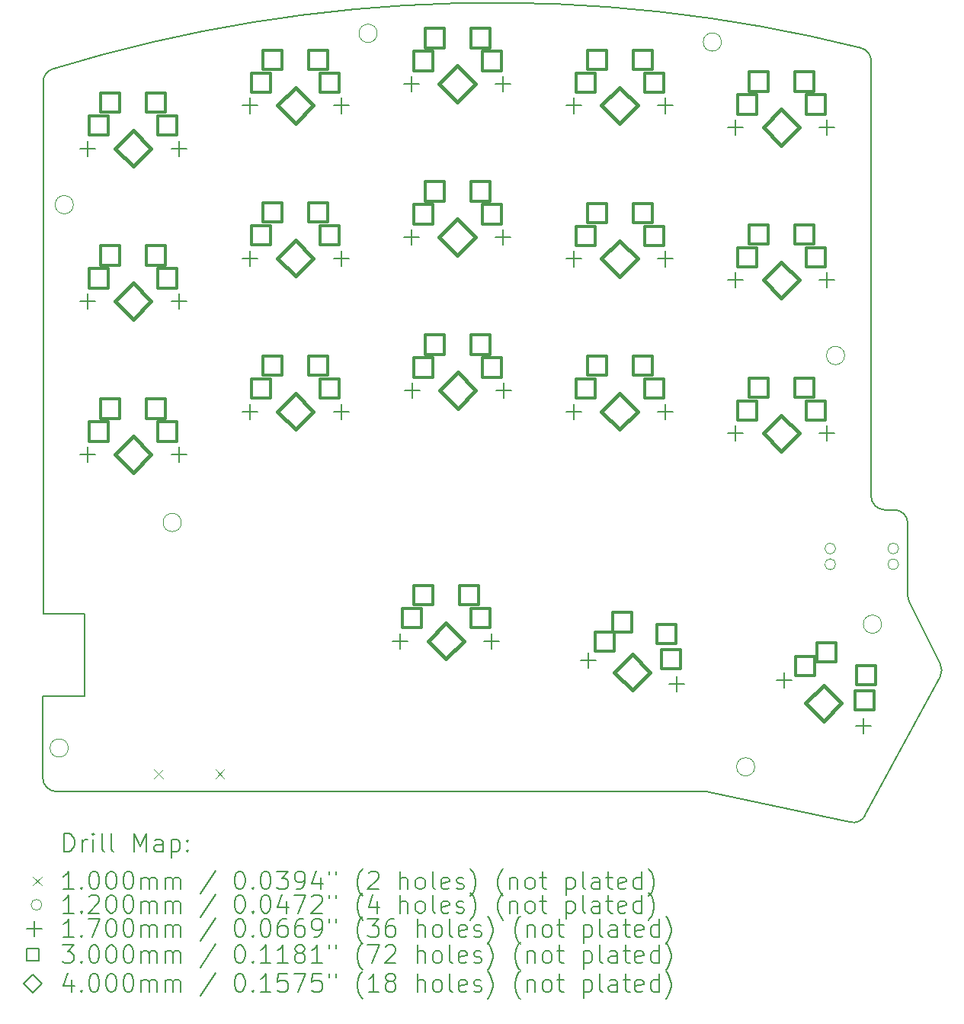
<source format=gbr>
%TF.GenerationSoftware,KiCad,Pcbnew,7.0.1*%
%TF.CreationDate,2024-09-08T21:52:53+07:00*%
%TF.ProjectId,minikeeb,6d696e69-6b65-4656-922e-6b696361645f,rev?*%
%TF.SameCoordinates,Original*%
%TF.FileFunction,Drillmap*%
%TF.FilePolarity,Positive*%
%FSLAX45Y45*%
G04 Gerber Fmt 4.5, Leading zero omitted, Abs format (unit mm)*
G04 Created by KiCad (PCBNEW 7.0.1) date 2024-09-08 21:52:53*
%MOMM*%
%LPD*%
G01*
G04 APERTURE LIST*
%ADD10C,0.200000*%
%ADD11C,0.050000*%
%ADD12C,0.100000*%
%ADD13C,0.120000*%
%ADD14C,0.170000*%
%ADD15C,0.300000*%
%ADD16C,0.400000*%
G04 APERTURE END LIST*
D10*
X3008000Y-14397000D02*
X3009066Y-15301934D01*
X3475000Y-14397000D02*
X3008000Y-14397000D01*
X3475000Y-13475000D02*
X3475000Y-14397000D01*
X3012000Y-13475000D02*
X3475000Y-13475000D01*
X3011510Y-13344002D02*
X3012000Y-13475000D01*
X12618742Y-12473925D02*
X12618742Y-13280301D01*
X12361741Y-12323925D02*
X12468742Y-12323925D01*
X3117777Y-7429158D02*
G75*
G03*
X3011741Y-7572572I43963J-143412D01*
G01*
D11*
X3348178Y-8936000D02*
G75*
G03*
X3348178Y-8936000I-101178J0D01*
G01*
D10*
X12211744Y-7340576D02*
G75*
G03*
X12098173Y-7195068I-150004J-4D01*
G01*
D11*
X10548178Y-7130000D02*
G75*
G03*
X10548178Y-7130000I-101178J0D01*
G01*
D10*
X3011741Y-13091550D02*
X3011741Y-7572572D01*
D11*
X6723178Y-7033000D02*
G75*
G03*
X6723178Y-7033000I-101178J0D01*
G01*
X4547178Y-12465000D02*
G75*
G03*
X4547178Y-12465000I-101178J0D01*
G01*
D10*
X12098173Y-7195068D02*
G75*
G03*
X3117777Y-7429159I-4069566J-16253644D01*
G01*
D11*
X10918178Y-15178000D02*
G75*
G03*
X10918178Y-15178000I-101178J0D01*
G01*
D10*
X12211741Y-7340576D02*
X12211741Y-12173925D01*
D11*
X11917178Y-10611000D02*
G75*
G03*
X11917178Y-10611000I-101178J0D01*
G01*
X3291178Y-14969000D02*
G75*
G03*
X3291178Y-14969000I-101178J0D01*
G01*
D10*
X3011510Y-13344002D02*
X3011741Y-13091550D01*
X10371000Y-15449959D02*
X3159066Y-15451934D01*
X11975380Y-15791292D02*
X10413358Y-15458522D01*
D11*
X12327178Y-13594000D02*
G75*
G03*
X12327178Y-13594000I-101178J0D01*
G01*
D10*
X12618741Y-13280301D02*
G75*
G03*
X12634566Y-13347359I149999J1D01*
G01*
X12211735Y-12173925D02*
G75*
G03*
X12361741Y-12323925I150005J5D01*
G01*
X10413358Y-15458522D02*
G75*
G03*
X10371000Y-15449959I-42358J-100478D01*
G01*
X12976771Y-14175412D02*
G75*
G03*
X12979122Y-14036779I-131831J71572D01*
G01*
X12618735Y-12473925D02*
G75*
G03*
X12468742Y-12323925I-149995J5D01*
G01*
X3009066Y-15301934D02*
G75*
G03*
X3159066Y-15451934I150004J4D01*
G01*
X12634566Y-13347359D02*
X12979122Y-14036779D01*
X12976768Y-14175411D02*
X12146025Y-15717977D01*
X11975380Y-15791294D02*
G75*
G03*
X12146025Y-15717977I38820J144894D01*
G01*
D12*
X4246000Y-15206000D02*
X4346000Y-15306000D01*
X4346000Y-15206000D02*
X4246000Y-15306000D01*
X4926000Y-15206000D02*
X5026000Y-15306000D01*
X5026000Y-15206000D02*
X4926000Y-15306000D01*
D13*
X11817000Y-12754000D02*
G75*
G03*
X11817000Y-12754000I-60000J0D01*
G01*
X11817000Y-12929000D02*
G75*
G03*
X11817000Y-12929000I-60000J0D01*
G01*
X12517000Y-12754000D02*
G75*
G03*
X12517000Y-12754000I-60000J0D01*
G01*
X12517000Y-12929000D02*
G75*
G03*
X12517000Y-12929000I-60000J0D01*
G01*
D14*
X3505200Y-8227150D02*
X3505200Y-8397150D01*
X3420200Y-8312150D02*
X3590200Y-8312150D01*
X3505200Y-9922600D02*
X3505200Y-10092600D01*
X3420200Y-10007600D02*
X3590200Y-10007600D01*
X3505200Y-11624400D02*
X3505200Y-11794400D01*
X3420200Y-11709400D02*
X3590200Y-11709400D01*
X4521200Y-8227150D02*
X4521200Y-8397150D01*
X4436200Y-8312150D02*
X4606200Y-8312150D01*
X4521200Y-9922600D02*
X4521200Y-10092600D01*
X4436200Y-10007600D02*
X4606200Y-10007600D01*
X4521200Y-11624400D02*
X4521200Y-11794400D01*
X4436200Y-11709400D02*
X4606200Y-11709400D01*
X5308600Y-7750900D02*
X5308600Y-7920900D01*
X5223600Y-7835900D02*
X5393600Y-7835900D01*
X5308600Y-9446350D02*
X5308600Y-9616350D01*
X5223600Y-9531350D02*
X5393600Y-9531350D01*
X5308600Y-11148150D02*
X5308600Y-11318150D01*
X5223600Y-11233150D02*
X5393600Y-11233150D01*
X6324600Y-7750900D02*
X6324600Y-7920900D01*
X6239600Y-7835900D02*
X6409600Y-7835900D01*
X6324600Y-9446350D02*
X6324600Y-9616350D01*
X6239600Y-9531350D02*
X6409600Y-9531350D01*
X6324600Y-11148150D02*
X6324600Y-11318150D01*
X6239600Y-11233150D02*
X6409600Y-11233150D01*
X6979000Y-13697000D02*
X6979000Y-13867000D01*
X6894000Y-13782000D02*
X7064000Y-13782000D01*
X7105650Y-7509600D02*
X7105650Y-7679600D01*
X7020650Y-7594600D02*
X7190650Y-7594600D01*
X7105650Y-9211400D02*
X7105650Y-9381400D01*
X7020650Y-9296400D02*
X7190650Y-9296400D01*
X7112000Y-10913200D02*
X7112000Y-11083200D01*
X7027000Y-10998200D02*
X7197000Y-10998200D01*
X7995000Y-13697000D02*
X7995000Y-13867000D01*
X7910000Y-13782000D02*
X8080000Y-13782000D01*
X8121650Y-7509600D02*
X8121650Y-7679600D01*
X8036650Y-7594600D02*
X8206650Y-7594600D01*
X8121650Y-9211400D02*
X8121650Y-9381400D01*
X8036650Y-9296400D02*
X8206650Y-9296400D01*
X8128000Y-10913200D02*
X8128000Y-11083200D01*
X8043000Y-10998200D02*
X8213000Y-10998200D01*
X8909050Y-7750900D02*
X8909050Y-7920900D01*
X8824050Y-7835900D02*
X8994050Y-7835900D01*
X8909050Y-9452700D02*
X8909050Y-9622700D01*
X8824050Y-9537700D02*
X8994050Y-9537700D01*
X8909050Y-11148150D02*
X8909050Y-11318150D01*
X8824050Y-11233150D02*
X8994050Y-11233150D01*
X9066060Y-13912270D02*
X9066060Y-14082270D01*
X8981060Y-13997270D02*
X9151060Y-13997270D01*
X9925050Y-7750900D02*
X9925050Y-7920900D01*
X9840050Y-7835900D02*
X10010050Y-7835900D01*
X9925050Y-9452700D02*
X9925050Y-9622700D01*
X9840050Y-9537700D02*
X10010050Y-9537700D01*
X9925050Y-11148150D02*
X9925050Y-11318150D01*
X9840050Y-11233150D02*
X10010050Y-11233150D01*
X10047440Y-14175230D02*
X10047440Y-14345230D01*
X9962440Y-14260230D02*
X10132440Y-14260230D01*
X10706100Y-7992200D02*
X10706100Y-8162200D01*
X10621100Y-8077200D02*
X10791100Y-8077200D01*
X10706100Y-9687650D02*
X10706100Y-9857650D01*
X10621100Y-9772650D02*
X10791100Y-9772650D01*
X10706100Y-11389450D02*
X10706100Y-11559450D01*
X10621100Y-11474450D02*
X10791100Y-11474450D01*
X11244059Y-14132650D02*
X11244059Y-14302650D01*
X11159059Y-14217650D02*
X11329059Y-14217650D01*
X11722100Y-7992200D02*
X11722100Y-8162200D01*
X11637100Y-8077200D02*
X11807100Y-8077200D01*
X11722100Y-9687650D02*
X11722100Y-9857650D01*
X11637100Y-9772650D02*
X11807100Y-9772650D01*
X11722100Y-11389450D02*
X11722100Y-11559450D01*
X11637100Y-11474450D02*
X11807100Y-11474450D01*
X12123941Y-14640650D02*
X12123941Y-14810650D01*
X12038941Y-14725650D02*
X12208941Y-14725650D01*
D15*
X3738267Y-8164217D02*
X3738267Y-7952083D01*
X3526133Y-7952083D01*
X3526133Y-8164217D01*
X3738267Y-8164217D01*
X3738267Y-9859667D02*
X3738267Y-9647533D01*
X3526133Y-9647533D01*
X3526133Y-9859667D01*
X3738267Y-9859667D01*
X3738267Y-11561467D02*
X3738267Y-11349333D01*
X3526133Y-11349333D01*
X3526133Y-11561467D01*
X3738267Y-11561467D01*
X3865267Y-7910217D02*
X3865267Y-7698083D01*
X3653133Y-7698083D01*
X3653133Y-7910217D01*
X3865267Y-7910217D01*
X3865267Y-9605667D02*
X3865267Y-9393533D01*
X3653133Y-9393533D01*
X3653133Y-9605667D01*
X3865267Y-9605667D01*
X3865267Y-11307467D02*
X3865267Y-11095333D01*
X3653133Y-11095333D01*
X3653133Y-11307467D01*
X3865267Y-11307467D01*
X4373267Y-7910217D02*
X4373267Y-7698083D01*
X4161133Y-7698083D01*
X4161133Y-7910217D01*
X4373267Y-7910217D01*
X4373267Y-9605667D02*
X4373267Y-9393533D01*
X4161133Y-9393533D01*
X4161133Y-9605667D01*
X4373267Y-9605667D01*
X4373267Y-11307467D02*
X4373267Y-11095333D01*
X4161133Y-11095333D01*
X4161133Y-11307467D01*
X4373267Y-11307467D01*
X4500267Y-8164217D02*
X4500267Y-7952083D01*
X4288133Y-7952083D01*
X4288133Y-8164217D01*
X4500267Y-8164217D01*
X4500267Y-9859667D02*
X4500267Y-9647533D01*
X4288133Y-9647533D01*
X4288133Y-9859667D01*
X4500267Y-9859667D01*
X4500267Y-11561467D02*
X4500267Y-11349333D01*
X4288133Y-11349333D01*
X4288133Y-11561467D01*
X4500267Y-11561467D01*
X5541667Y-7687967D02*
X5541667Y-7475833D01*
X5329533Y-7475833D01*
X5329533Y-7687967D01*
X5541667Y-7687967D01*
X5541667Y-9383417D02*
X5541667Y-9171283D01*
X5329533Y-9171283D01*
X5329533Y-9383417D01*
X5541667Y-9383417D01*
X5541667Y-11085217D02*
X5541667Y-10873083D01*
X5329533Y-10873083D01*
X5329533Y-11085217D01*
X5541667Y-11085217D01*
X5668667Y-7433967D02*
X5668667Y-7221833D01*
X5456533Y-7221833D01*
X5456533Y-7433967D01*
X5668667Y-7433967D01*
X5668667Y-9129417D02*
X5668667Y-8917283D01*
X5456533Y-8917283D01*
X5456533Y-9129417D01*
X5668667Y-9129417D01*
X5668667Y-10831217D02*
X5668667Y-10619083D01*
X5456533Y-10619083D01*
X5456533Y-10831217D01*
X5668667Y-10831217D01*
X6176667Y-7433967D02*
X6176667Y-7221833D01*
X5964533Y-7221833D01*
X5964533Y-7433967D01*
X6176667Y-7433967D01*
X6176667Y-9129417D02*
X6176667Y-8917283D01*
X5964533Y-8917283D01*
X5964533Y-9129417D01*
X6176667Y-9129417D01*
X6176667Y-10831217D02*
X6176667Y-10619083D01*
X5964533Y-10619083D01*
X5964533Y-10831217D01*
X6176667Y-10831217D01*
X6303667Y-7687967D02*
X6303667Y-7475833D01*
X6091533Y-7475833D01*
X6091533Y-7687967D01*
X6303667Y-7687967D01*
X6303667Y-9383417D02*
X6303667Y-9171283D01*
X6091533Y-9171283D01*
X6091533Y-9383417D01*
X6303667Y-9383417D01*
X6303667Y-11085217D02*
X6303667Y-10873083D01*
X6091533Y-10873083D01*
X6091533Y-11085217D01*
X6303667Y-11085217D01*
X7212067Y-13634067D02*
X7212067Y-13421933D01*
X6999933Y-13421933D01*
X6999933Y-13634067D01*
X7212067Y-13634067D01*
X7338717Y-7446667D02*
X7338717Y-7234533D01*
X7126583Y-7234533D01*
X7126583Y-7446667D01*
X7338717Y-7446667D01*
X7338717Y-9148467D02*
X7338717Y-8936333D01*
X7126583Y-8936333D01*
X7126583Y-9148467D01*
X7338717Y-9148467D01*
X7339067Y-13380067D02*
X7339067Y-13167933D01*
X7126933Y-13167933D01*
X7126933Y-13380067D01*
X7339067Y-13380067D01*
X7345067Y-10850267D02*
X7345067Y-10638133D01*
X7132933Y-10638133D01*
X7132933Y-10850267D01*
X7345067Y-10850267D01*
X7465717Y-7192667D02*
X7465717Y-6980533D01*
X7253583Y-6980533D01*
X7253583Y-7192667D01*
X7465717Y-7192667D01*
X7465717Y-8894467D02*
X7465717Y-8682333D01*
X7253583Y-8682333D01*
X7253583Y-8894467D01*
X7465717Y-8894467D01*
X7472067Y-10596267D02*
X7472067Y-10384133D01*
X7259933Y-10384133D01*
X7259933Y-10596267D01*
X7472067Y-10596267D01*
X7847067Y-13380067D02*
X7847067Y-13167933D01*
X7634933Y-13167933D01*
X7634933Y-13380067D01*
X7847067Y-13380067D01*
X7973717Y-7192667D02*
X7973717Y-6980533D01*
X7761583Y-6980533D01*
X7761583Y-7192667D01*
X7973717Y-7192667D01*
X7973717Y-8894467D02*
X7973717Y-8682333D01*
X7761583Y-8682333D01*
X7761583Y-8894467D01*
X7973717Y-8894467D01*
X7974067Y-13634067D02*
X7974067Y-13421933D01*
X7761933Y-13421933D01*
X7761933Y-13634067D01*
X7974067Y-13634067D01*
X7980067Y-10596267D02*
X7980067Y-10384133D01*
X7767933Y-10384133D01*
X7767933Y-10596267D01*
X7980067Y-10596267D01*
X8100717Y-7446667D02*
X8100717Y-7234533D01*
X7888583Y-7234533D01*
X7888583Y-7446667D01*
X8100717Y-7446667D01*
X8100717Y-9148467D02*
X8100717Y-8936333D01*
X7888583Y-8936333D01*
X7888583Y-9148467D01*
X8100717Y-9148467D01*
X8107067Y-10850267D02*
X8107067Y-10638133D01*
X7894933Y-10638133D01*
X7894933Y-10850267D01*
X8107067Y-10850267D01*
X9142117Y-7687967D02*
X9142117Y-7475833D01*
X8929983Y-7475833D01*
X8929983Y-7687967D01*
X9142117Y-7687967D01*
X9142117Y-9389767D02*
X9142117Y-9177633D01*
X8929983Y-9177633D01*
X8929983Y-9389767D01*
X9142117Y-9389767D01*
X9142117Y-11085217D02*
X9142117Y-10873083D01*
X8929983Y-10873083D01*
X8929983Y-11085217D01*
X9142117Y-11085217D01*
X9269117Y-7433967D02*
X9269117Y-7221833D01*
X9056983Y-7221833D01*
X9056983Y-7433967D01*
X9269117Y-7433967D01*
X9269117Y-9135767D02*
X9269117Y-8923633D01*
X9056983Y-8923633D01*
X9056983Y-9135767D01*
X9269117Y-9135767D01*
X9269117Y-10831217D02*
X9269117Y-10619083D01*
X9056983Y-10619083D01*
X9056983Y-10831217D01*
X9269117Y-10831217D01*
X9360539Y-13890862D02*
X9360539Y-13678728D01*
X9148405Y-13678728D01*
X9148405Y-13890862D01*
X9360539Y-13890862D01*
X9548952Y-13678387D02*
X9548952Y-13466253D01*
X9336818Y-13466253D01*
X9336818Y-13678387D01*
X9548952Y-13678387D01*
X9777117Y-7433967D02*
X9777117Y-7221833D01*
X9564983Y-7221833D01*
X9564983Y-7433967D01*
X9777117Y-7433967D01*
X9777117Y-9135767D02*
X9777117Y-8923633D01*
X9564983Y-8923633D01*
X9564983Y-9135767D01*
X9777117Y-9135767D01*
X9777117Y-10831217D02*
X9777117Y-10619083D01*
X9564983Y-10619083D01*
X9564983Y-10831217D01*
X9777117Y-10831217D01*
X9904117Y-7687967D02*
X9904117Y-7475833D01*
X9691983Y-7475833D01*
X9691983Y-7687967D01*
X9904117Y-7687967D01*
X9904117Y-9389767D02*
X9904117Y-9177633D01*
X9691983Y-9177633D01*
X9691983Y-9389767D01*
X9904117Y-9389767D01*
X9904117Y-11085217D02*
X9904117Y-10873083D01*
X9691983Y-10873083D01*
X9691983Y-11085217D01*
X9904117Y-11085217D01*
X10039642Y-13809867D02*
X10039642Y-13597733D01*
X9827508Y-13597733D01*
X9827508Y-13809867D01*
X10039642Y-13809867D01*
X10096575Y-14088082D02*
X10096575Y-13875948D01*
X9884441Y-13875948D01*
X9884441Y-14088082D01*
X10096575Y-14088082D01*
X10939167Y-7929267D02*
X10939167Y-7717133D01*
X10727033Y-7717133D01*
X10727033Y-7929267D01*
X10939167Y-7929267D01*
X10939167Y-9624717D02*
X10939167Y-9412583D01*
X10727033Y-9412583D01*
X10727033Y-9624717D01*
X10939167Y-9624717D01*
X10939167Y-11326517D02*
X10939167Y-11114383D01*
X10727033Y-11114383D01*
X10727033Y-11326517D01*
X10939167Y-11326517D01*
X11066167Y-7675267D02*
X11066167Y-7463133D01*
X10854033Y-7463133D01*
X10854033Y-7675267D01*
X11066167Y-7675267D01*
X11066167Y-9370717D02*
X11066167Y-9158583D01*
X10854033Y-9158583D01*
X10854033Y-9370717D01*
X11066167Y-9370717D01*
X11066167Y-11072517D02*
X11066167Y-10860383D01*
X10854033Y-10860383D01*
X10854033Y-11072517D01*
X11066167Y-11072517D01*
X11574167Y-7675267D02*
X11574167Y-7463133D01*
X11362033Y-7463133D01*
X11362033Y-7675267D01*
X11574167Y-7675267D01*
X11574167Y-9370717D02*
X11574167Y-9158583D01*
X11362033Y-9158583D01*
X11362033Y-9370717D01*
X11574167Y-9370717D01*
X11574167Y-11072517D02*
X11574167Y-10860383D01*
X11362033Y-10860383D01*
X11362033Y-11072517D01*
X11574167Y-11072517D01*
X11587111Y-14167246D02*
X11587111Y-13955112D01*
X11374977Y-13955112D01*
X11374977Y-14167246D01*
X11587111Y-14167246D01*
X11701167Y-7929267D02*
X11701167Y-7717133D01*
X11489033Y-7717133D01*
X11489033Y-7929267D01*
X11701167Y-7929267D01*
X11701167Y-9624717D02*
X11701167Y-9412583D01*
X11489033Y-9412583D01*
X11489033Y-9624717D01*
X11701167Y-9624717D01*
X11701167Y-11326517D02*
X11701167Y-11114383D01*
X11489033Y-11114383D01*
X11489033Y-11326517D01*
X11701167Y-11326517D01*
X11824096Y-14010776D02*
X11824096Y-13798642D01*
X11611962Y-13798642D01*
X11611962Y-14010776D01*
X11824096Y-14010776D01*
X12247023Y-14548246D02*
X12247023Y-14336112D01*
X12034889Y-14336112D01*
X12034889Y-14548246D01*
X12247023Y-14548246D01*
X12264037Y-14264776D02*
X12264037Y-14052642D01*
X12051903Y-14052642D01*
X12051903Y-14264776D01*
X12264037Y-14264776D01*
D16*
X4013200Y-8512150D02*
X4213200Y-8312150D01*
X4013200Y-8112150D01*
X3813200Y-8312150D01*
X4013200Y-8512150D01*
X4013200Y-10207600D02*
X4213200Y-10007600D01*
X4013200Y-9807600D01*
X3813200Y-10007600D01*
X4013200Y-10207600D01*
X4013200Y-11909400D02*
X4213200Y-11709400D01*
X4013200Y-11509400D01*
X3813200Y-11709400D01*
X4013200Y-11909400D01*
X5816600Y-8035900D02*
X6016600Y-7835900D01*
X5816600Y-7635900D01*
X5616600Y-7835900D01*
X5816600Y-8035900D01*
X5816600Y-9731350D02*
X6016600Y-9531350D01*
X5816600Y-9331350D01*
X5616600Y-9531350D01*
X5816600Y-9731350D01*
X5816600Y-11433150D02*
X6016600Y-11233150D01*
X5816600Y-11033150D01*
X5616600Y-11233150D01*
X5816600Y-11433150D01*
X7487000Y-13982000D02*
X7687000Y-13782000D01*
X7487000Y-13582000D01*
X7287000Y-13782000D01*
X7487000Y-13982000D01*
X7613650Y-7794600D02*
X7813650Y-7594600D01*
X7613650Y-7394600D01*
X7413650Y-7594600D01*
X7613650Y-7794600D01*
X7613650Y-9496400D02*
X7813650Y-9296400D01*
X7613650Y-9096400D01*
X7413650Y-9296400D01*
X7613650Y-9496400D01*
X7620000Y-11198200D02*
X7820000Y-10998200D01*
X7620000Y-10798200D01*
X7420000Y-10998200D01*
X7620000Y-11198200D01*
X9417050Y-8035900D02*
X9617050Y-7835900D01*
X9417050Y-7635900D01*
X9217050Y-7835900D01*
X9417050Y-8035900D01*
X9417050Y-9737700D02*
X9617050Y-9537700D01*
X9417050Y-9337700D01*
X9217050Y-9537700D01*
X9417050Y-9737700D01*
X9417050Y-11433150D02*
X9617050Y-11233150D01*
X9417050Y-11033150D01*
X9217050Y-11233150D01*
X9417050Y-11433150D01*
X9556750Y-14328750D02*
X9756750Y-14128750D01*
X9556750Y-13928750D01*
X9356750Y-14128750D01*
X9556750Y-14328750D01*
X11214100Y-8277200D02*
X11414100Y-8077200D01*
X11214100Y-7877200D01*
X11014100Y-8077200D01*
X11214100Y-8277200D01*
X11214100Y-9972650D02*
X11414100Y-9772650D01*
X11214100Y-9572650D01*
X11014100Y-9772650D01*
X11214100Y-9972650D01*
X11214100Y-11674450D02*
X11414100Y-11474450D01*
X11214100Y-11274450D01*
X11014100Y-11474450D01*
X11214100Y-11674450D01*
X11684000Y-14671650D02*
X11884000Y-14471650D01*
X11684000Y-14271650D01*
X11484000Y-14471650D01*
X11684000Y-14671650D01*
D10*
X3245619Y-16118928D02*
X3245619Y-15918928D01*
X3245619Y-15918928D02*
X3293238Y-15918928D01*
X3293238Y-15918928D02*
X3321809Y-15928452D01*
X3321809Y-15928452D02*
X3340857Y-15947499D01*
X3340857Y-15947499D02*
X3350381Y-15966547D01*
X3350381Y-15966547D02*
X3359905Y-16004642D01*
X3359905Y-16004642D02*
X3359905Y-16033214D01*
X3359905Y-16033214D02*
X3350381Y-16071309D01*
X3350381Y-16071309D02*
X3340857Y-16090357D01*
X3340857Y-16090357D02*
X3321809Y-16109404D01*
X3321809Y-16109404D02*
X3293238Y-16118928D01*
X3293238Y-16118928D02*
X3245619Y-16118928D01*
X3445619Y-16118928D02*
X3445619Y-15985595D01*
X3445619Y-16023690D02*
X3455143Y-16004642D01*
X3455143Y-16004642D02*
X3464667Y-15995118D01*
X3464667Y-15995118D02*
X3483714Y-15985595D01*
X3483714Y-15985595D02*
X3502762Y-15985595D01*
X3569428Y-16118928D02*
X3569428Y-15985595D01*
X3569428Y-15918928D02*
X3559905Y-15928452D01*
X3559905Y-15928452D02*
X3569428Y-15937976D01*
X3569428Y-15937976D02*
X3578952Y-15928452D01*
X3578952Y-15928452D02*
X3569428Y-15918928D01*
X3569428Y-15918928D02*
X3569428Y-15937976D01*
X3693238Y-16118928D02*
X3674190Y-16109404D01*
X3674190Y-16109404D02*
X3664667Y-16090357D01*
X3664667Y-16090357D02*
X3664667Y-15918928D01*
X3798000Y-16118928D02*
X3778952Y-16109404D01*
X3778952Y-16109404D02*
X3769428Y-16090357D01*
X3769428Y-16090357D02*
X3769428Y-15918928D01*
X4026571Y-16118928D02*
X4026571Y-15918928D01*
X4026571Y-15918928D02*
X4093238Y-16061785D01*
X4093238Y-16061785D02*
X4159905Y-15918928D01*
X4159905Y-15918928D02*
X4159905Y-16118928D01*
X4340857Y-16118928D02*
X4340857Y-16014166D01*
X4340857Y-16014166D02*
X4331333Y-15995118D01*
X4331333Y-15995118D02*
X4312286Y-15985595D01*
X4312286Y-15985595D02*
X4274190Y-15985595D01*
X4274190Y-15985595D02*
X4255143Y-15995118D01*
X4340857Y-16109404D02*
X4321810Y-16118928D01*
X4321810Y-16118928D02*
X4274190Y-16118928D01*
X4274190Y-16118928D02*
X4255143Y-16109404D01*
X4255143Y-16109404D02*
X4245619Y-16090357D01*
X4245619Y-16090357D02*
X4245619Y-16071309D01*
X4245619Y-16071309D02*
X4255143Y-16052261D01*
X4255143Y-16052261D02*
X4274190Y-16042738D01*
X4274190Y-16042738D02*
X4321810Y-16042738D01*
X4321810Y-16042738D02*
X4340857Y-16033214D01*
X4436095Y-15985595D02*
X4436095Y-16185595D01*
X4436095Y-15995118D02*
X4455143Y-15985595D01*
X4455143Y-15985595D02*
X4493238Y-15985595D01*
X4493238Y-15985595D02*
X4512286Y-15995118D01*
X4512286Y-15995118D02*
X4521810Y-16004642D01*
X4521810Y-16004642D02*
X4531333Y-16023690D01*
X4531333Y-16023690D02*
X4531333Y-16080833D01*
X4531333Y-16080833D02*
X4521810Y-16099880D01*
X4521810Y-16099880D02*
X4512286Y-16109404D01*
X4512286Y-16109404D02*
X4493238Y-16118928D01*
X4493238Y-16118928D02*
X4455143Y-16118928D01*
X4455143Y-16118928D02*
X4436095Y-16109404D01*
X4617048Y-16099880D02*
X4626571Y-16109404D01*
X4626571Y-16109404D02*
X4617048Y-16118928D01*
X4617048Y-16118928D02*
X4607524Y-16109404D01*
X4607524Y-16109404D02*
X4617048Y-16099880D01*
X4617048Y-16099880D02*
X4617048Y-16118928D01*
X4617048Y-15995118D02*
X4626571Y-16004642D01*
X4626571Y-16004642D02*
X4617048Y-16014166D01*
X4617048Y-16014166D02*
X4607524Y-16004642D01*
X4607524Y-16004642D02*
X4617048Y-15995118D01*
X4617048Y-15995118D02*
X4617048Y-16014166D01*
D12*
X2898000Y-16396404D02*
X2998000Y-16496404D01*
X2998000Y-16396404D02*
X2898000Y-16496404D01*
D10*
X3350381Y-16538928D02*
X3236095Y-16538928D01*
X3293238Y-16538928D02*
X3293238Y-16338928D01*
X3293238Y-16338928D02*
X3274190Y-16367499D01*
X3274190Y-16367499D02*
X3255143Y-16386547D01*
X3255143Y-16386547D02*
X3236095Y-16396071D01*
X3436095Y-16519880D02*
X3445619Y-16529404D01*
X3445619Y-16529404D02*
X3436095Y-16538928D01*
X3436095Y-16538928D02*
X3426571Y-16529404D01*
X3426571Y-16529404D02*
X3436095Y-16519880D01*
X3436095Y-16519880D02*
X3436095Y-16538928D01*
X3569428Y-16338928D02*
X3588476Y-16338928D01*
X3588476Y-16338928D02*
X3607524Y-16348452D01*
X3607524Y-16348452D02*
X3617048Y-16357976D01*
X3617048Y-16357976D02*
X3626571Y-16377023D01*
X3626571Y-16377023D02*
X3636095Y-16415118D01*
X3636095Y-16415118D02*
X3636095Y-16462738D01*
X3636095Y-16462738D02*
X3626571Y-16500833D01*
X3626571Y-16500833D02*
X3617048Y-16519880D01*
X3617048Y-16519880D02*
X3607524Y-16529404D01*
X3607524Y-16529404D02*
X3588476Y-16538928D01*
X3588476Y-16538928D02*
X3569428Y-16538928D01*
X3569428Y-16538928D02*
X3550381Y-16529404D01*
X3550381Y-16529404D02*
X3540857Y-16519880D01*
X3540857Y-16519880D02*
X3531333Y-16500833D01*
X3531333Y-16500833D02*
X3521809Y-16462738D01*
X3521809Y-16462738D02*
X3521809Y-16415118D01*
X3521809Y-16415118D02*
X3531333Y-16377023D01*
X3531333Y-16377023D02*
X3540857Y-16357976D01*
X3540857Y-16357976D02*
X3550381Y-16348452D01*
X3550381Y-16348452D02*
X3569428Y-16338928D01*
X3759905Y-16338928D02*
X3778952Y-16338928D01*
X3778952Y-16338928D02*
X3798000Y-16348452D01*
X3798000Y-16348452D02*
X3807524Y-16357976D01*
X3807524Y-16357976D02*
X3817048Y-16377023D01*
X3817048Y-16377023D02*
X3826571Y-16415118D01*
X3826571Y-16415118D02*
X3826571Y-16462738D01*
X3826571Y-16462738D02*
X3817048Y-16500833D01*
X3817048Y-16500833D02*
X3807524Y-16519880D01*
X3807524Y-16519880D02*
X3798000Y-16529404D01*
X3798000Y-16529404D02*
X3778952Y-16538928D01*
X3778952Y-16538928D02*
X3759905Y-16538928D01*
X3759905Y-16538928D02*
X3740857Y-16529404D01*
X3740857Y-16529404D02*
X3731333Y-16519880D01*
X3731333Y-16519880D02*
X3721809Y-16500833D01*
X3721809Y-16500833D02*
X3712286Y-16462738D01*
X3712286Y-16462738D02*
X3712286Y-16415118D01*
X3712286Y-16415118D02*
X3721809Y-16377023D01*
X3721809Y-16377023D02*
X3731333Y-16357976D01*
X3731333Y-16357976D02*
X3740857Y-16348452D01*
X3740857Y-16348452D02*
X3759905Y-16338928D01*
X3950381Y-16338928D02*
X3969429Y-16338928D01*
X3969429Y-16338928D02*
X3988476Y-16348452D01*
X3988476Y-16348452D02*
X3998000Y-16357976D01*
X3998000Y-16357976D02*
X4007524Y-16377023D01*
X4007524Y-16377023D02*
X4017048Y-16415118D01*
X4017048Y-16415118D02*
X4017048Y-16462738D01*
X4017048Y-16462738D02*
X4007524Y-16500833D01*
X4007524Y-16500833D02*
X3998000Y-16519880D01*
X3998000Y-16519880D02*
X3988476Y-16529404D01*
X3988476Y-16529404D02*
X3969429Y-16538928D01*
X3969429Y-16538928D02*
X3950381Y-16538928D01*
X3950381Y-16538928D02*
X3931333Y-16529404D01*
X3931333Y-16529404D02*
X3921809Y-16519880D01*
X3921809Y-16519880D02*
X3912286Y-16500833D01*
X3912286Y-16500833D02*
X3902762Y-16462738D01*
X3902762Y-16462738D02*
X3902762Y-16415118D01*
X3902762Y-16415118D02*
X3912286Y-16377023D01*
X3912286Y-16377023D02*
X3921809Y-16357976D01*
X3921809Y-16357976D02*
X3931333Y-16348452D01*
X3931333Y-16348452D02*
X3950381Y-16338928D01*
X4102762Y-16538928D02*
X4102762Y-16405595D01*
X4102762Y-16424642D02*
X4112286Y-16415118D01*
X4112286Y-16415118D02*
X4131333Y-16405595D01*
X4131333Y-16405595D02*
X4159905Y-16405595D01*
X4159905Y-16405595D02*
X4178952Y-16415118D01*
X4178952Y-16415118D02*
X4188476Y-16434166D01*
X4188476Y-16434166D02*
X4188476Y-16538928D01*
X4188476Y-16434166D02*
X4198000Y-16415118D01*
X4198000Y-16415118D02*
X4217048Y-16405595D01*
X4217048Y-16405595D02*
X4245619Y-16405595D01*
X4245619Y-16405595D02*
X4264667Y-16415118D01*
X4264667Y-16415118D02*
X4274191Y-16434166D01*
X4274191Y-16434166D02*
X4274191Y-16538928D01*
X4369429Y-16538928D02*
X4369429Y-16405595D01*
X4369429Y-16424642D02*
X4378952Y-16415118D01*
X4378952Y-16415118D02*
X4398000Y-16405595D01*
X4398000Y-16405595D02*
X4426572Y-16405595D01*
X4426572Y-16405595D02*
X4445619Y-16415118D01*
X4445619Y-16415118D02*
X4455143Y-16434166D01*
X4455143Y-16434166D02*
X4455143Y-16538928D01*
X4455143Y-16434166D02*
X4464667Y-16415118D01*
X4464667Y-16415118D02*
X4483714Y-16405595D01*
X4483714Y-16405595D02*
X4512286Y-16405595D01*
X4512286Y-16405595D02*
X4531333Y-16415118D01*
X4531333Y-16415118D02*
X4540857Y-16434166D01*
X4540857Y-16434166D02*
X4540857Y-16538928D01*
X4931333Y-16329404D02*
X4759905Y-16586547D01*
X5188476Y-16338928D02*
X5207524Y-16338928D01*
X5207524Y-16338928D02*
X5226572Y-16348452D01*
X5226572Y-16348452D02*
X5236095Y-16357976D01*
X5236095Y-16357976D02*
X5245619Y-16377023D01*
X5245619Y-16377023D02*
X5255143Y-16415118D01*
X5255143Y-16415118D02*
X5255143Y-16462738D01*
X5255143Y-16462738D02*
X5245619Y-16500833D01*
X5245619Y-16500833D02*
X5236095Y-16519880D01*
X5236095Y-16519880D02*
X5226572Y-16529404D01*
X5226572Y-16529404D02*
X5207524Y-16538928D01*
X5207524Y-16538928D02*
X5188476Y-16538928D01*
X5188476Y-16538928D02*
X5169429Y-16529404D01*
X5169429Y-16529404D02*
X5159905Y-16519880D01*
X5159905Y-16519880D02*
X5150381Y-16500833D01*
X5150381Y-16500833D02*
X5140857Y-16462738D01*
X5140857Y-16462738D02*
X5140857Y-16415118D01*
X5140857Y-16415118D02*
X5150381Y-16377023D01*
X5150381Y-16377023D02*
X5159905Y-16357976D01*
X5159905Y-16357976D02*
X5169429Y-16348452D01*
X5169429Y-16348452D02*
X5188476Y-16338928D01*
X5340857Y-16519880D02*
X5350381Y-16529404D01*
X5350381Y-16529404D02*
X5340857Y-16538928D01*
X5340857Y-16538928D02*
X5331334Y-16529404D01*
X5331334Y-16529404D02*
X5340857Y-16519880D01*
X5340857Y-16519880D02*
X5340857Y-16538928D01*
X5474191Y-16338928D02*
X5493238Y-16338928D01*
X5493238Y-16338928D02*
X5512286Y-16348452D01*
X5512286Y-16348452D02*
X5521810Y-16357976D01*
X5521810Y-16357976D02*
X5531334Y-16377023D01*
X5531334Y-16377023D02*
X5540857Y-16415118D01*
X5540857Y-16415118D02*
X5540857Y-16462738D01*
X5540857Y-16462738D02*
X5531334Y-16500833D01*
X5531334Y-16500833D02*
X5521810Y-16519880D01*
X5521810Y-16519880D02*
X5512286Y-16529404D01*
X5512286Y-16529404D02*
X5493238Y-16538928D01*
X5493238Y-16538928D02*
X5474191Y-16538928D01*
X5474191Y-16538928D02*
X5455143Y-16529404D01*
X5455143Y-16529404D02*
X5445619Y-16519880D01*
X5445619Y-16519880D02*
X5436095Y-16500833D01*
X5436095Y-16500833D02*
X5426572Y-16462738D01*
X5426572Y-16462738D02*
X5426572Y-16415118D01*
X5426572Y-16415118D02*
X5436095Y-16377023D01*
X5436095Y-16377023D02*
X5445619Y-16357976D01*
X5445619Y-16357976D02*
X5455143Y-16348452D01*
X5455143Y-16348452D02*
X5474191Y-16338928D01*
X5607524Y-16338928D02*
X5731333Y-16338928D01*
X5731333Y-16338928D02*
X5664667Y-16415118D01*
X5664667Y-16415118D02*
X5693238Y-16415118D01*
X5693238Y-16415118D02*
X5712286Y-16424642D01*
X5712286Y-16424642D02*
X5721810Y-16434166D01*
X5721810Y-16434166D02*
X5731333Y-16453214D01*
X5731333Y-16453214D02*
X5731333Y-16500833D01*
X5731333Y-16500833D02*
X5721810Y-16519880D01*
X5721810Y-16519880D02*
X5712286Y-16529404D01*
X5712286Y-16529404D02*
X5693238Y-16538928D01*
X5693238Y-16538928D02*
X5636095Y-16538928D01*
X5636095Y-16538928D02*
X5617048Y-16529404D01*
X5617048Y-16529404D02*
X5607524Y-16519880D01*
X5826572Y-16538928D02*
X5864667Y-16538928D01*
X5864667Y-16538928D02*
X5883714Y-16529404D01*
X5883714Y-16529404D02*
X5893238Y-16519880D01*
X5893238Y-16519880D02*
X5912286Y-16491309D01*
X5912286Y-16491309D02*
X5921810Y-16453214D01*
X5921810Y-16453214D02*
X5921810Y-16377023D01*
X5921810Y-16377023D02*
X5912286Y-16357976D01*
X5912286Y-16357976D02*
X5902762Y-16348452D01*
X5902762Y-16348452D02*
X5883714Y-16338928D01*
X5883714Y-16338928D02*
X5845619Y-16338928D01*
X5845619Y-16338928D02*
X5826572Y-16348452D01*
X5826572Y-16348452D02*
X5817048Y-16357976D01*
X5817048Y-16357976D02*
X5807524Y-16377023D01*
X5807524Y-16377023D02*
X5807524Y-16424642D01*
X5807524Y-16424642D02*
X5817048Y-16443690D01*
X5817048Y-16443690D02*
X5826572Y-16453214D01*
X5826572Y-16453214D02*
X5845619Y-16462738D01*
X5845619Y-16462738D02*
X5883714Y-16462738D01*
X5883714Y-16462738D02*
X5902762Y-16453214D01*
X5902762Y-16453214D02*
X5912286Y-16443690D01*
X5912286Y-16443690D02*
X5921810Y-16424642D01*
X6093238Y-16405595D02*
X6093238Y-16538928D01*
X6045619Y-16329404D02*
X5998000Y-16472261D01*
X5998000Y-16472261D02*
X6121810Y-16472261D01*
X6188476Y-16338928D02*
X6188476Y-16377023D01*
X6264667Y-16338928D02*
X6264667Y-16377023D01*
X6559905Y-16615118D02*
X6550381Y-16605595D01*
X6550381Y-16605595D02*
X6531334Y-16577023D01*
X6531334Y-16577023D02*
X6521810Y-16557976D01*
X6521810Y-16557976D02*
X6512286Y-16529404D01*
X6512286Y-16529404D02*
X6502762Y-16481785D01*
X6502762Y-16481785D02*
X6502762Y-16443690D01*
X6502762Y-16443690D02*
X6512286Y-16396071D01*
X6512286Y-16396071D02*
X6521810Y-16367499D01*
X6521810Y-16367499D02*
X6531334Y-16348452D01*
X6531334Y-16348452D02*
X6550381Y-16319880D01*
X6550381Y-16319880D02*
X6559905Y-16310357D01*
X6626572Y-16357976D02*
X6636095Y-16348452D01*
X6636095Y-16348452D02*
X6655143Y-16338928D01*
X6655143Y-16338928D02*
X6702762Y-16338928D01*
X6702762Y-16338928D02*
X6721810Y-16348452D01*
X6721810Y-16348452D02*
X6731334Y-16357976D01*
X6731334Y-16357976D02*
X6740857Y-16377023D01*
X6740857Y-16377023D02*
X6740857Y-16396071D01*
X6740857Y-16396071D02*
X6731334Y-16424642D01*
X6731334Y-16424642D02*
X6617048Y-16538928D01*
X6617048Y-16538928D02*
X6740857Y-16538928D01*
X6978953Y-16538928D02*
X6978953Y-16338928D01*
X7064667Y-16538928D02*
X7064667Y-16434166D01*
X7064667Y-16434166D02*
X7055143Y-16415118D01*
X7055143Y-16415118D02*
X7036096Y-16405595D01*
X7036096Y-16405595D02*
X7007524Y-16405595D01*
X7007524Y-16405595D02*
X6988476Y-16415118D01*
X6988476Y-16415118D02*
X6978953Y-16424642D01*
X7188476Y-16538928D02*
X7169429Y-16529404D01*
X7169429Y-16529404D02*
X7159905Y-16519880D01*
X7159905Y-16519880D02*
X7150381Y-16500833D01*
X7150381Y-16500833D02*
X7150381Y-16443690D01*
X7150381Y-16443690D02*
X7159905Y-16424642D01*
X7159905Y-16424642D02*
X7169429Y-16415118D01*
X7169429Y-16415118D02*
X7188476Y-16405595D01*
X7188476Y-16405595D02*
X7217048Y-16405595D01*
X7217048Y-16405595D02*
X7236096Y-16415118D01*
X7236096Y-16415118D02*
X7245619Y-16424642D01*
X7245619Y-16424642D02*
X7255143Y-16443690D01*
X7255143Y-16443690D02*
X7255143Y-16500833D01*
X7255143Y-16500833D02*
X7245619Y-16519880D01*
X7245619Y-16519880D02*
X7236096Y-16529404D01*
X7236096Y-16529404D02*
X7217048Y-16538928D01*
X7217048Y-16538928D02*
X7188476Y-16538928D01*
X7369429Y-16538928D02*
X7350381Y-16529404D01*
X7350381Y-16529404D02*
X7340857Y-16510357D01*
X7340857Y-16510357D02*
X7340857Y-16338928D01*
X7521810Y-16529404D02*
X7502762Y-16538928D01*
X7502762Y-16538928D02*
X7464667Y-16538928D01*
X7464667Y-16538928D02*
X7445619Y-16529404D01*
X7445619Y-16529404D02*
X7436096Y-16510357D01*
X7436096Y-16510357D02*
X7436096Y-16434166D01*
X7436096Y-16434166D02*
X7445619Y-16415118D01*
X7445619Y-16415118D02*
X7464667Y-16405595D01*
X7464667Y-16405595D02*
X7502762Y-16405595D01*
X7502762Y-16405595D02*
X7521810Y-16415118D01*
X7521810Y-16415118D02*
X7531334Y-16434166D01*
X7531334Y-16434166D02*
X7531334Y-16453214D01*
X7531334Y-16453214D02*
X7436096Y-16472261D01*
X7607524Y-16529404D02*
X7626572Y-16538928D01*
X7626572Y-16538928D02*
X7664667Y-16538928D01*
X7664667Y-16538928D02*
X7683715Y-16529404D01*
X7683715Y-16529404D02*
X7693238Y-16510357D01*
X7693238Y-16510357D02*
X7693238Y-16500833D01*
X7693238Y-16500833D02*
X7683715Y-16481785D01*
X7683715Y-16481785D02*
X7664667Y-16472261D01*
X7664667Y-16472261D02*
X7636096Y-16472261D01*
X7636096Y-16472261D02*
X7617048Y-16462738D01*
X7617048Y-16462738D02*
X7607524Y-16443690D01*
X7607524Y-16443690D02*
X7607524Y-16434166D01*
X7607524Y-16434166D02*
X7617048Y-16415118D01*
X7617048Y-16415118D02*
X7636096Y-16405595D01*
X7636096Y-16405595D02*
X7664667Y-16405595D01*
X7664667Y-16405595D02*
X7683715Y-16415118D01*
X7759905Y-16615118D02*
X7769429Y-16605595D01*
X7769429Y-16605595D02*
X7788477Y-16577023D01*
X7788477Y-16577023D02*
X7798000Y-16557976D01*
X7798000Y-16557976D02*
X7807524Y-16529404D01*
X7807524Y-16529404D02*
X7817048Y-16481785D01*
X7817048Y-16481785D02*
X7817048Y-16443690D01*
X7817048Y-16443690D02*
X7807524Y-16396071D01*
X7807524Y-16396071D02*
X7798000Y-16367499D01*
X7798000Y-16367499D02*
X7788477Y-16348452D01*
X7788477Y-16348452D02*
X7769429Y-16319880D01*
X7769429Y-16319880D02*
X7759905Y-16310357D01*
X8121810Y-16615118D02*
X8112286Y-16605595D01*
X8112286Y-16605595D02*
X8093238Y-16577023D01*
X8093238Y-16577023D02*
X8083715Y-16557976D01*
X8083715Y-16557976D02*
X8074191Y-16529404D01*
X8074191Y-16529404D02*
X8064667Y-16481785D01*
X8064667Y-16481785D02*
X8064667Y-16443690D01*
X8064667Y-16443690D02*
X8074191Y-16396071D01*
X8074191Y-16396071D02*
X8083715Y-16367499D01*
X8083715Y-16367499D02*
X8093238Y-16348452D01*
X8093238Y-16348452D02*
X8112286Y-16319880D01*
X8112286Y-16319880D02*
X8121810Y-16310357D01*
X8198000Y-16405595D02*
X8198000Y-16538928D01*
X8198000Y-16424642D02*
X8207524Y-16415118D01*
X8207524Y-16415118D02*
X8226572Y-16405595D01*
X8226572Y-16405595D02*
X8255143Y-16405595D01*
X8255143Y-16405595D02*
X8274191Y-16415118D01*
X8274191Y-16415118D02*
X8283715Y-16434166D01*
X8283715Y-16434166D02*
X8283715Y-16538928D01*
X8407524Y-16538928D02*
X8388477Y-16529404D01*
X8388477Y-16529404D02*
X8378953Y-16519880D01*
X8378953Y-16519880D02*
X8369429Y-16500833D01*
X8369429Y-16500833D02*
X8369429Y-16443690D01*
X8369429Y-16443690D02*
X8378953Y-16424642D01*
X8378953Y-16424642D02*
X8388477Y-16415118D01*
X8388477Y-16415118D02*
X8407524Y-16405595D01*
X8407524Y-16405595D02*
X8436096Y-16405595D01*
X8436096Y-16405595D02*
X8455143Y-16415118D01*
X8455143Y-16415118D02*
X8464667Y-16424642D01*
X8464667Y-16424642D02*
X8474191Y-16443690D01*
X8474191Y-16443690D02*
X8474191Y-16500833D01*
X8474191Y-16500833D02*
X8464667Y-16519880D01*
X8464667Y-16519880D02*
X8455143Y-16529404D01*
X8455143Y-16529404D02*
X8436096Y-16538928D01*
X8436096Y-16538928D02*
X8407524Y-16538928D01*
X8531334Y-16405595D02*
X8607524Y-16405595D01*
X8559905Y-16338928D02*
X8559905Y-16510357D01*
X8559905Y-16510357D02*
X8569429Y-16529404D01*
X8569429Y-16529404D02*
X8588477Y-16538928D01*
X8588477Y-16538928D02*
X8607524Y-16538928D01*
X8826572Y-16405595D02*
X8826572Y-16605595D01*
X8826572Y-16415118D02*
X8845620Y-16405595D01*
X8845620Y-16405595D02*
X8883715Y-16405595D01*
X8883715Y-16405595D02*
X8902762Y-16415118D01*
X8902762Y-16415118D02*
X8912286Y-16424642D01*
X8912286Y-16424642D02*
X8921810Y-16443690D01*
X8921810Y-16443690D02*
X8921810Y-16500833D01*
X8921810Y-16500833D02*
X8912286Y-16519880D01*
X8912286Y-16519880D02*
X8902762Y-16529404D01*
X8902762Y-16529404D02*
X8883715Y-16538928D01*
X8883715Y-16538928D02*
X8845620Y-16538928D01*
X8845620Y-16538928D02*
X8826572Y-16529404D01*
X9036096Y-16538928D02*
X9017048Y-16529404D01*
X9017048Y-16529404D02*
X9007524Y-16510357D01*
X9007524Y-16510357D02*
X9007524Y-16338928D01*
X9198001Y-16538928D02*
X9198001Y-16434166D01*
X9198001Y-16434166D02*
X9188477Y-16415118D01*
X9188477Y-16415118D02*
X9169429Y-16405595D01*
X9169429Y-16405595D02*
X9131334Y-16405595D01*
X9131334Y-16405595D02*
X9112286Y-16415118D01*
X9198001Y-16529404D02*
X9178953Y-16538928D01*
X9178953Y-16538928D02*
X9131334Y-16538928D01*
X9131334Y-16538928D02*
X9112286Y-16529404D01*
X9112286Y-16529404D02*
X9102762Y-16510357D01*
X9102762Y-16510357D02*
X9102762Y-16491309D01*
X9102762Y-16491309D02*
X9112286Y-16472261D01*
X9112286Y-16472261D02*
X9131334Y-16462738D01*
X9131334Y-16462738D02*
X9178953Y-16462738D01*
X9178953Y-16462738D02*
X9198001Y-16453214D01*
X9264667Y-16405595D02*
X9340858Y-16405595D01*
X9293239Y-16338928D02*
X9293239Y-16510357D01*
X9293239Y-16510357D02*
X9302762Y-16529404D01*
X9302762Y-16529404D02*
X9321810Y-16538928D01*
X9321810Y-16538928D02*
X9340858Y-16538928D01*
X9483715Y-16529404D02*
X9464667Y-16538928D01*
X9464667Y-16538928D02*
X9426572Y-16538928D01*
X9426572Y-16538928D02*
X9407524Y-16529404D01*
X9407524Y-16529404D02*
X9398001Y-16510357D01*
X9398001Y-16510357D02*
X9398001Y-16434166D01*
X9398001Y-16434166D02*
X9407524Y-16415118D01*
X9407524Y-16415118D02*
X9426572Y-16405595D01*
X9426572Y-16405595D02*
X9464667Y-16405595D01*
X9464667Y-16405595D02*
X9483715Y-16415118D01*
X9483715Y-16415118D02*
X9493239Y-16434166D01*
X9493239Y-16434166D02*
X9493239Y-16453214D01*
X9493239Y-16453214D02*
X9398001Y-16472261D01*
X9664667Y-16538928D02*
X9664667Y-16338928D01*
X9664667Y-16529404D02*
X9645620Y-16538928D01*
X9645620Y-16538928D02*
X9607524Y-16538928D01*
X9607524Y-16538928D02*
X9588477Y-16529404D01*
X9588477Y-16529404D02*
X9578953Y-16519880D01*
X9578953Y-16519880D02*
X9569429Y-16500833D01*
X9569429Y-16500833D02*
X9569429Y-16443690D01*
X9569429Y-16443690D02*
X9578953Y-16424642D01*
X9578953Y-16424642D02*
X9588477Y-16415118D01*
X9588477Y-16415118D02*
X9607524Y-16405595D01*
X9607524Y-16405595D02*
X9645620Y-16405595D01*
X9645620Y-16405595D02*
X9664667Y-16415118D01*
X9740858Y-16615118D02*
X9750382Y-16605595D01*
X9750382Y-16605595D02*
X9769429Y-16577023D01*
X9769429Y-16577023D02*
X9778953Y-16557976D01*
X9778953Y-16557976D02*
X9788477Y-16529404D01*
X9788477Y-16529404D02*
X9798001Y-16481785D01*
X9798001Y-16481785D02*
X9798001Y-16443690D01*
X9798001Y-16443690D02*
X9788477Y-16396071D01*
X9788477Y-16396071D02*
X9778953Y-16367499D01*
X9778953Y-16367499D02*
X9769429Y-16348452D01*
X9769429Y-16348452D02*
X9750382Y-16319880D01*
X9750382Y-16319880D02*
X9740858Y-16310357D01*
D13*
X2998000Y-16710404D02*
G75*
G03*
X2998000Y-16710404I-60000J0D01*
G01*
D10*
X3350381Y-16802928D02*
X3236095Y-16802928D01*
X3293238Y-16802928D02*
X3293238Y-16602928D01*
X3293238Y-16602928D02*
X3274190Y-16631499D01*
X3274190Y-16631499D02*
X3255143Y-16650547D01*
X3255143Y-16650547D02*
X3236095Y-16660071D01*
X3436095Y-16783880D02*
X3445619Y-16793404D01*
X3445619Y-16793404D02*
X3436095Y-16802928D01*
X3436095Y-16802928D02*
X3426571Y-16793404D01*
X3426571Y-16793404D02*
X3436095Y-16783880D01*
X3436095Y-16783880D02*
X3436095Y-16802928D01*
X3521809Y-16621976D02*
X3531333Y-16612452D01*
X3531333Y-16612452D02*
X3550381Y-16602928D01*
X3550381Y-16602928D02*
X3598000Y-16602928D01*
X3598000Y-16602928D02*
X3617048Y-16612452D01*
X3617048Y-16612452D02*
X3626571Y-16621976D01*
X3626571Y-16621976D02*
X3636095Y-16641023D01*
X3636095Y-16641023D02*
X3636095Y-16660071D01*
X3636095Y-16660071D02*
X3626571Y-16688642D01*
X3626571Y-16688642D02*
X3512286Y-16802928D01*
X3512286Y-16802928D02*
X3636095Y-16802928D01*
X3759905Y-16602928D02*
X3778952Y-16602928D01*
X3778952Y-16602928D02*
X3798000Y-16612452D01*
X3798000Y-16612452D02*
X3807524Y-16621976D01*
X3807524Y-16621976D02*
X3817048Y-16641023D01*
X3817048Y-16641023D02*
X3826571Y-16679118D01*
X3826571Y-16679118D02*
X3826571Y-16726738D01*
X3826571Y-16726738D02*
X3817048Y-16764833D01*
X3817048Y-16764833D02*
X3807524Y-16783880D01*
X3807524Y-16783880D02*
X3798000Y-16793404D01*
X3798000Y-16793404D02*
X3778952Y-16802928D01*
X3778952Y-16802928D02*
X3759905Y-16802928D01*
X3759905Y-16802928D02*
X3740857Y-16793404D01*
X3740857Y-16793404D02*
X3731333Y-16783880D01*
X3731333Y-16783880D02*
X3721809Y-16764833D01*
X3721809Y-16764833D02*
X3712286Y-16726738D01*
X3712286Y-16726738D02*
X3712286Y-16679118D01*
X3712286Y-16679118D02*
X3721809Y-16641023D01*
X3721809Y-16641023D02*
X3731333Y-16621976D01*
X3731333Y-16621976D02*
X3740857Y-16612452D01*
X3740857Y-16612452D02*
X3759905Y-16602928D01*
X3950381Y-16602928D02*
X3969429Y-16602928D01*
X3969429Y-16602928D02*
X3988476Y-16612452D01*
X3988476Y-16612452D02*
X3998000Y-16621976D01*
X3998000Y-16621976D02*
X4007524Y-16641023D01*
X4007524Y-16641023D02*
X4017048Y-16679118D01*
X4017048Y-16679118D02*
X4017048Y-16726738D01*
X4017048Y-16726738D02*
X4007524Y-16764833D01*
X4007524Y-16764833D02*
X3998000Y-16783880D01*
X3998000Y-16783880D02*
X3988476Y-16793404D01*
X3988476Y-16793404D02*
X3969429Y-16802928D01*
X3969429Y-16802928D02*
X3950381Y-16802928D01*
X3950381Y-16802928D02*
X3931333Y-16793404D01*
X3931333Y-16793404D02*
X3921809Y-16783880D01*
X3921809Y-16783880D02*
X3912286Y-16764833D01*
X3912286Y-16764833D02*
X3902762Y-16726738D01*
X3902762Y-16726738D02*
X3902762Y-16679118D01*
X3902762Y-16679118D02*
X3912286Y-16641023D01*
X3912286Y-16641023D02*
X3921809Y-16621976D01*
X3921809Y-16621976D02*
X3931333Y-16612452D01*
X3931333Y-16612452D02*
X3950381Y-16602928D01*
X4102762Y-16802928D02*
X4102762Y-16669595D01*
X4102762Y-16688642D02*
X4112286Y-16679118D01*
X4112286Y-16679118D02*
X4131333Y-16669595D01*
X4131333Y-16669595D02*
X4159905Y-16669595D01*
X4159905Y-16669595D02*
X4178952Y-16679118D01*
X4178952Y-16679118D02*
X4188476Y-16698166D01*
X4188476Y-16698166D02*
X4188476Y-16802928D01*
X4188476Y-16698166D02*
X4198000Y-16679118D01*
X4198000Y-16679118D02*
X4217048Y-16669595D01*
X4217048Y-16669595D02*
X4245619Y-16669595D01*
X4245619Y-16669595D02*
X4264667Y-16679118D01*
X4264667Y-16679118D02*
X4274191Y-16698166D01*
X4274191Y-16698166D02*
X4274191Y-16802928D01*
X4369429Y-16802928D02*
X4369429Y-16669595D01*
X4369429Y-16688642D02*
X4378952Y-16679118D01*
X4378952Y-16679118D02*
X4398000Y-16669595D01*
X4398000Y-16669595D02*
X4426572Y-16669595D01*
X4426572Y-16669595D02*
X4445619Y-16679118D01*
X4445619Y-16679118D02*
X4455143Y-16698166D01*
X4455143Y-16698166D02*
X4455143Y-16802928D01*
X4455143Y-16698166D02*
X4464667Y-16679118D01*
X4464667Y-16679118D02*
X4483714Y-16669595D01*
X4483714Y-16669595D02*
X4512286Y-16669595D01*
X4512286Y-16669595D02*
X4531333Y-16679118D01*
X4531333Y-16679118D02*
X4540857Y-16698166D01*
X4540857Y-16698166D02*
X4540857Y-16802928D01*
X4931333Y-16593404D02*
X4759905Y-16850547D01*
X5188476Y-16602928D02*
X5207524Y-16602928D01*
X5207524Y-16602928D02*
X5226572Y-16612452D01*
X5226572Y-16612452D02*
X5236095Y-16621976D01*
X5236095Y-16621976D02*
X5245619Y-16641023D01*
X5245619Y-16641023D02*
X5255143Y-16679118D01*
X5255143Y-16679118D02*
X5255143Y-16726738D01*
X5255143Y-16726738D02*
X5245619Y-16764833D01*
X5245619Y-16764833D02*
X5236095Y-16783880D01*
X5236095Y-16783880D02*
X5226572Y-16793404D01*
X5226572Y-16793404D02*
X5207524Y-16802928D01*
X5207524Y-16802928D02*
X5188476Y-16802928D01*
X5188476Y-16802928D02*
X5169429Y-16793404D01*
X5169429Y-16793404D02*
X5159905Y-16783880D01*
X5159905Y-16783880D02*
X5150381Y-16764833D01*
X5150381Y-16764833D02*
X5140857Y-16726738D01*
X5140857Y-16726738D02*
X5140857Y-16679118D01*
X5140857Y-16679118D02*
X5150381Y-16641023D01*
X5150381Y-16641023D02*
X5159905Y-16621976D01*
X5159905Y-16621976D02*
X5169429Y-16612452D01*
X5169429Y-16612452D02*
X5188476Y-16602928D01*
X5340857Y-16783880D02*
X5350381Y-16793404D01*
X5350381Y-16793404D02*
X5340857Y-16802928D01*
X5340857Y-16802928D02*
X5331334Y-16793404D01*
X5331334Y-16793404D02*
X5340857Y-16783880D01*
X5340857Y-16783880D02*
X5340857Y-16802928D01*
X5474191Y-16602928D02*
X5493238Y-16602928D01*
X5493238Y-16602928D02*
X5512286Y-16612452D01*
X5512286Y-16612452D02*
X5521810Y-16621976D01*
X5521810Y-16621976D02*
X5531334Y-16641023D01*
X5531334Y-16641023D02*
X5540857Y-16679118D01*
X5540857Y-16679118D02*
X5540857Y-16726738D01*
X5540857Y-16726738D02*
X5531334Y-16764833D01*
X5531334Y-16764833D02*
X5521810Y-16783880D01*
X5521810Y-16783880D02*
X5512286Y-16793404D01*
X5512286Y-16793404D02*
X5493238Y-16802928D01*
X5493238Y-16802928D02*
X5474191Y-16802928D01*
X5474191Y-16802928D02*
X5455143Y-16793404D01*
X5455143Y-16793404D02*
X5445619Y-16783880D01*
X5445619Y-16783880D02*
X5436095Y-16764833D01*
X5436095Y-16764833D02*
X5426572Y-16726738D01*
X5426572Y-16726738D02*
X5426572Y-16679118D01*
X5426572Y-16679118D02*
X5436095Y-16641023D01*
X5436095Y-16641023D02*
X5445619Y-16621976D01*
X5445619Y-16621976D02*
X5455143Y-16612452D01*
X5455143Y-16612452D02*
X5474191Y-16602928D01*
X5712286Y-16669595D02*
X5712286Y-16802928D01*
X5664667Y-16593404D02*
X5617048Y-16736261D01*
X5617048Y-16736261D02*
X5740857Y-16736261D01*
X5798000Y-16602928D02*
X5931333Y-16602928D01*
X5931333Y-16602928D02*
X5845619Y-16802928D01*
X5998000Y-16621976D02*
X6007524Y-16612452D01*
X6007524Y-16612452D02*
X6026572Y-16602928D01*
X6026572Y-16602928D02*
X6074191Y-16602928D01*
X6074191Y-16602928D02*
X6093238Y-16612452D01*
X6093238Y-16612452D02*
X6102762Y-16621976D01*
X6102762Y-16621976D02*
X6112286Y-16641023D01*
X6112286Y-16641023D02*
X6112286Y-16660071D01*
X6112286Y-16660071D02*
X6102762Y-16688642D01*
X6102762Y-16688642D02*
X5988476Y-16802928D01*
X5988476Y-16802928D02*
X6112286Y-16802928D01*
X6188476Y-16602928D02*
X6188476Y-16641023D01*
X6264667Y-16602928D02*
X6264667Y-16641023D01*
X6559905Y-16879119D02*
X6550381Y-16869595D01*
X6550381Y-16869595D02*
X6531334Y-16841023D01*
X6531334Y-16841023D02*
X6521810Y-16821976D01*
X6521810Y-16821976D02*
X6512286Y-16793404D01*
X6512286Y-16793404D02*
X6502762Y-16745785D01*
X6502762Y-16745785D02*
X6502762Y-16707690D01*
X6502762Y-16707690D02*
X6512286Y-16660071D01*
X6512286Y-16660071D02*
X6521810Y-16631499D01*
X6521810Y-16631499D02*
X6531334Y-16612452D01*
X6531334Y-16612452D02*
X6550381Y-16583880D01*
X6550381Y-16583880D02*
X6559905Y-16574357D01*
X6721810Y-16669595D02*
X6721810Y-16802928D01*
X6674191Y-16593404D02*
X6626572Y-16736261D01*
X6626572Y-16736261D02*
X6750381Y-16736261D01*
X6978953Y-16802928D02*
X6978953Y-16602928D01*
X7064667Y-16802928D02*
X7064667Y-16698166D01*
X7064667Y-16698166D02*
X7055143Y-16679118D01*
X7055143Y-16679118D02*
X7036096Y-16669595D01*
X7036096Y-16669595D02*
X7007524Y-16669595D01*
X7007524Y-16669595D02*
X6988476Y-16679118D01*
X6988476Y-16679118D02*
X6978953Y-16688642D01*
X7188476Y-16802928D02*
X7169429Y-16793404D01*
X7169429Y-16793404D02*
X7159905Y-16783880D01*
X7159905Y-16783880D02*
X7150381Y-16764833D01*
X7150381Y-16764833D02*
X7150381Y-16707690D01*
X7150381Y-16707690D02*
X7159905Y-16688642D01*
X7159905Y-16688642D02*
X7169429Y-16679118D01*
X7169429Y-16679118D02*
X7188476Y-16669595D01*
X7188476Y-16669595D02*
X7217048Y-16669595D01*
X7217048Y-16669595D02*
X7236096Y-16679118D01*
X7236096Y-16679118D02*
X7245619Y-16688642D01*
X7245619Y-16688642D02*
X7255143Y-16707690D01*
X7255143Y-16707690D02*
X7255143Y-16764833D01*
X7255143Y-16764833D02*
X7245619Y-16783880D01*
X7245619Y-16783880D02*
X7236096Y-16793404D01*
X7236096Y-16793404D02*
X7217048Y-16802928D01*
X7217048Y-16802928D02*
X7188476Y-16802928D01*
X7369429Y-16802928D02*
X7350381Y-16793404D01*
X7350381Y-16793404D02*
X7340857Y-16774357D01*
X7340857Y-16774357D02*
X7340857Y-16602928D01*
X7521810Y-16793404D02*
X7502762Y-16802928D01*
X7502762Y-16802928D02*
X7464667Y-16802928D01*
X7464667Y-16802928D02*
X7445619Y-16793404D01*
X7445619Y-16793404D02*
X7436096Y-16774357D01*
X7436096Y-16774357D02*
X7436096Y-16698166D01*
X7436096Y-16698166D02*
X7445619Y-16679118D01*
X7445619Y-16679118D02*
X7464667Y-16669595D01*
X7464667Y-16669595D02*
X7502762Y-16669595D01*
X7502762Y-16669595D02*
X7521810Y-16679118D01*
X7521810Y-16679118D02*
X7531334Y-16698166D01*
X7531334Y-16698166D02*
X7531334Y-16717214D01*
X7531334Y-16717214D02*
X7436096Y-16736261D01*
X7607524Y-16793404D02*
X7626572Y-16802928D01*
X7626572Y-16802928D02*
X7664667Y-16802928D01*
X7664667Y-16802928D02*
X7683715Y-16793404D01*
X7683715Y-16793404D02*
X7693238Y-16774357D01*
X7693238Y-16774357D02*
X7693238Y-16764833D01*
X7693238Y-16764833D02*
X7683715Y-16745785D01*
X7683715Y-16745785D02*
X7664667Y-16736261D01*
X7664667Y-16736261D02*
X7636096Y-16736261D01*
X7636096Y-16736261D02*
X7617048Y-16726738D01*
X7617048Y-16726738D02*
X7607524Y-16707690D01*
X7607524Y-16707690D02*
X7607524Y-16698166D01*
X7607524Y-16698166D02*
X7617048Y-16679118D01*
X7617048Y-16679118D02*
X7636096Y-16669595D01*
X7636096Y-16669595D02*
X7664667Y-16669595D01*
X7664667Y-16669595D02*
X7683715Y-16679118D01*
X7759905Y-16879119D02*
X7769429Y-16869595D01*
X7769429Y-16869595D02*
X7788477Y-16841023D01*
X7788477Y-16841023D02*
X7798000Y-16821976D01*
X7798000Y-16821976D02*
X7807524Y-16793404D01*
X7807524Y-16793404D02*
X7817048Y-16745785D01*
X7817048Y-16745785D02*
X7817048Y-16707690D01*
X7817048Y-16707690D02*
X7807524Y-16660071D01*
X7807524Y-16660071D02*
X7798000Y-16631499D01*
X7798000Y-16631499D02*
X7788477Y-16612452D01*
X7788477Y-16612452D02*
X7769429Y-16583880D01*
X7769429Y-16583880D02*
X7759905Y-16574357D01*
X8121810Y-16879119D02*
X8112286Y-16869595D01*
X8112286Y-16869595D02*
X8093238Y-16841023D01*
X8093238Y-16841023D02*
X8083715Y-16821976D01*
X8083715Y-16821976D02*
X8074191Y-16793404D01*
X8074191Y-16793404D02*
X8064667Y-16745785D01*
X8064667Y-16745785D02*
X8064667Y-16707690D01*
X8064667Y-16707690D02*
X8074191Y-16660071D01*
X8074191Y-16660071D02*
X8083715Y-16631499D01*
X8083715Y-16631499D02*
X8093238Y-16612452D01*
X8093238Y-16612452D02*
X8112286Y-16583880D01*
X8112286Y-16583880D02*
X8121810Y-16574357D01*
X8198000Y-16669595D02*
X8198000Y-16802928D01*
X8198000Y-16688642D02*
X8207524Y-16679118D01*
X8207524Y-16679118D02*
X8226572Y-16669595D01*
X8226572Y-16669595D02*
X8255143Y-16669595D01*
X8255143Y-16669595D02*
X8274191Y-16679118D01*
X8274191Y-16679118D02*
X8283715Y-16698166D01*
X8283715Y-16698166D02*
X8283715Y-16802928D01*
X8407524Y-16802928D02*
X8388477Y-16793404D01*
X8388477Y-16793404D02*
X8378953Y-16783880D01*
X8378953Y-16783880D02*
X8369429Y-16764833D01*
X8369429Y-16764833D02*
X8369429Y-16707690D01*
X8369429Y-16707690D02*
X8378953Y-16688642D01*
X8378953Y-16688642D02*
X8388477Y-16679118D01*
X8388477Y-16679118D02*
X8407524Y-16669595D01*
X8407524Y-16669595D02*
X8436096Y-16669595D01*
X8436096Y-16669595D02*
X8455143Y-16679118D01*
X8455143Y-16679118D02*
X8464667Y-16688642D01*
X8464667Y-16688642D02*
X8474191Y-16707690D01*
X8474191Y-16707690D02*
X8474191Y-16764833D01*
X8474191Y-16764833D02*
X8464667Y-16783880D01*
X8464667Y-16783880D02*
X8455143Y-16793404D01*
X8455143Y-16793404D02*
X8436096Y-16802928D01*
X8436096Y-16802928D02*
X8407524Y-16802928D01*
X8531334Y-16669595D02*
X8607524Y-16669595D01*
X8559905Y-16602928D02*
X8559905Y-16774357D01*
X8559905Y-16774357D02*
X8569429Y-16793404D01*
X8569429Y-16793404D02*
X8588477Y-16802928D01*
X8588477Y-16802928D02*
X8607524Y-16802928D01*
X8826572Y-16669595D02*
X8826572Y-16869595D01*
X8826572Y-16679118D02*
X8845620Y-16669595D01*
X8845620Y-16669595D02*
X8883715Y-16669595D01*
X8883715Y-16669595D02*
X8902762Y-16679118D01*
X8902762Y-16679118D02*
X8912286Y-16688642D01*
X8912286Y-16688642D02*
X8921810Y-16707690D01*
X8921810Y-16707690D02*
X8921810Y-16764833D01*
X8921810Y-16764833D02*
X8912286Y-16783880D01*
X8912286Y-16783880D02*
X8902762Y-16793404D01*
X8902762Y-16793404D02*
X8883715Y-16802928D01*
X8883715Y-16802928D02*
X8845620Y-16802928D01*
X8845620Y-16802928D02*
X8826572Y-16793404D01*
X9036096Y-16802928D02*
X9017048Y-16793404D01*
X9017048Y-16793404D02*
X9007524Y-16774357D01*
X9007524Y-16774357D02*
X9007524Y-16602928D01*
X9198001Y-16802928D02*
X9198001Y-16698166D01*
X9198001Y-16698166D02*
X9188477Y-16679118D01*
X9188477Y-16679118D02*
X9169429Y-16669595D01*
X9169429Y-16669595D02*
X9131334Y-16669595D01*
X9131334Y-16669595D02*
X9112286Y-16679118D01*
X9198001Y-16793404D02*
X9178953Y-16802928D01*
X9178953Y-16802928D02*
X9131334Y-16802928D01*
X9131334Y-16802928D02*
X9112286Y-16793404D01*
X9112286Y-16793404D02*
X9102762Y-16774357D01*
X9102762Y-16774357D02*
X9102762Y-16755309D01*
X9102762Y-16755309D02*
X9112286Y-16736261D01*
X9112286Y-16736261D02*
X9131334Y-16726738D01*
X9131334Y-16726738D02*
X9178953Y-16726738D01*
X9178953Y-16726738D02*
X9198001Y-16717214D01*
X9264667Y-16669595D02*
X9340858Y-16669595D01*
X9293239Y-16602928D02*
X9293239Y-16774357D01*
X9293239Y-16774357D02*
X9302762Y-16793404D01*
X9302762Y-16793404D02*
X9321810Y-16802928D01*
X9321810Y-16802928D02*
X9340858Y-16802928D01*
X9483715Y-16793404D02*
X9464667Y-16802928D01*
X9464667Y-16802928D02*
X9426572Y-16802928D01*
X9426572Y-16802928D02*
X9407524Y-16793404D01*
X9407524Y-16793404D02*
X9398001Y-16774357D01*
X9398001Y-16774357D02*
X9398001Y-16698166D01*
X9398001Y-16698166D02*
X9407524Y-16679118D01*
X9407524Y-16679118D02*
X9426572Y-16669595D01*
X9426572Y-16669595D02*
X9464667Y-16669595D01*
X9464667Y-16669595D02*
X9483715Y-16679118D01*
X9483715Y-16679118D02*
X9493239Y-16698166D01*
X9493239Y-16698166D02*
X9493239Y-16717214D01*
X9493239Y-16717214D02*
X9398001Y-16736261D01*
X9664667Y-16802928D02*
X9664667Y-16602928D01*
X9664667Y-16793404D02*
X9645620Y-16802928D01*
X9645620Y-16802928D02*
X9607524Y-16802928D01*
X9607524Y-16802928D02*
X9588477Y-16793404D01*
X9588477Y-16793404D02*
X9578953Y-16783880D01*
X9578953Y-16783880D02*
X9569429Y-16764833D01*
X9569429Y-16764833D02*
X9569429Y-16707690D01*
X9569429Y-16707690D02*
X9578953Y-16688642D01*
X9578953Y-16688642D02*
X9588477Y-16679118D01*
X9588477Y-16679118D02*
X9607524Y-16669595D01*
X9607524Y-16669595D02*
X9645620Y-16669595D01*
X9645620Y-16669595D02*
X9664667Y-16679118D01*
X9740858Y-16879119D02*
X9750382Y-16869595D01*
X9750382Y-16869595D02*
X9769429Y-16841023D01*
X9769429Y-16841023D02*
X9778953Y-16821976D01*
X9778953Y-16821976D02*
X9788477Y-16793404D01*
X9788477Y-16793404D02*
X9798001Y-16745785D01*
X9798001Y-16745785D02*
X9798001Y-16707690D01*
X9798001Y-16707690D02*
X9788477Y-16660071D01*
X9788477Y-16660071D02*
X9778953Y-16631499D01*
X9778953Y-16631499D02*
X9769429Y-16612452D01*
X9769429Y-16612452D02*
X9750382Y-16583880D01*
X9750382Y-16583880D02*
X9740858Y-16574357D01*
D14*
X2913000Y-16889404D02*
X2913000Y-17059404D01*
X2828000Y-16974404D02*
X2998000Y-16974404D01*
D10*
X3350381Y-17066928D02*
X3236095Y-17066928D01*
X3293238Y-17066928D02*
X3293238Y-16866928D01*
X3293238Y-16866928D02*
X3274190Y-16895500D01*
X3274190Y-16895500D02*
X3255143Y-16914547D01*
X3255143Y-16914547D02*
X3236095Y-16924071D01*
X3436095Y-17047880D02*
X3445619Y-17057404D01*
X3445619Y-17057404D02*
X3436095Y-17066928D01*
X3436095Y-17066928D02*
X3426571Y-17057404D01*
X3426571Y-17057404D02*
X3436095Y-17047880D01*
X3436095Y-17047880D02*
X3436095Y-17066928D01*
X3512286Y-16866928D02*
X3645619Y-16866928D01*
X3645619Y-16866928D02*
X3559905Y-17066928D01*
X3759905Y-16866928D02*
X3778952Y-16866928D01*
X3778952Y-16866928D02*
X3798000Y-16876452D01*
X3798000Y-16876452D02*
X3807524Y-16885976D01*
X3807524Y-16885976D02*
X3817048Y-16905023D01*
X3817048Y-16905023D02*
X3826571Y-16943119D01*
X3826571Y-16943119D02*
X3826571Y-16990738D01*
X3826571Y-16990738D02*
X3817048Y-17028833D01*
X3817048Y-17028833D02*
X3807524Y-17047880D01*
X3807524Y-17047880D02*
X3798000Y-17057404D01*
X3798000Y-17057404D02*
X3778952Y-17066928D01*
X3778952Y-17066928D02*
X3759905Y-17066928D01*
X3759905Y-17066928D02*
X3740857Y-17057404D01*
X3740857Y-17057404D02*
X3731333Y-17047880D01*
X3731333Y-17047880D02*
X3721809Y-17028833D01*
X3721809Y-17028833D02*
X3712286Y-16990738D01*
X3712286Y-16990738D02*
X3712286Y-16943119D01*
X3712286Y-16943119D02*
X3721809Y-16905023D01*
X3721809Y-16905023D02*
X3731333Y-16885976D01*
X3731333Y-16885976D02*
X3740857Y-16876452D01*
X3740857Y-16876452D02*
X3759905Y-16866928D01*
X3950381Y-16866928D02*
X3969429Y-16866928D01*
X3969429Y-16866928D02*
X3988476Y-16876452D01*
X3988476Y-16876452D02*
X3998000Y-16885976D01*
X3998000Y-16885976D02*
X4007524Y-16905023D01*
X4007524Y-16905023D02*
X4017048Y-16943119D01*
X4017048Y-16943119D02*
X4017048Y-16990738D01*
X4017048Y-16990738D02*
X4007524Y-17028833D01*
X4007524Y-17028833D02*
X3998000Y-17047880D01*
X3998000Y-17047880D02*
X3988476Y-17057404D01*
X3988476Y-17057404D02*
X3969429Y-17066928D01*
X3969429Y-17066928D02*
X3950381Y-17066928D01*
X3950381Y-17066928D02*
X3931333Y-17057404D01*
X3931333Y-17057404D02*
X3921809Y-17047880D01*
X3921809Y-17047880D02*
X3912286Y-17028833D01*
X3912286Y-17028833D02*
X3902762Y-16990738D01*
X3902762Y-16990738D02*
X3902762Y-16943119D01*
X3902762Y-16943119D02*
X3912286Y-16905023D01*
X3912286Y-16905023D02*
X3921809Y-16885976D01*
X3921809Y-16885976D02*
X3931333Y-16876452D01*
X3931333Y-16876452D02*
X3950381Y-16866928D01*
X4102762Y-17066928D02*
X4102762Y-16933595D01*
X4102762Y-16952642D02*
X4112286Y-16943119D01*
X4112286Y-16943119D02*
X4131333Y-16933595D01*
X4131333Y-16933595D02*
X4159905Y-16933595D01*
X4159905Y-16933595D02*
X4178952Y-16943119D01*
X4178952Y-16943119D02*
X4188476Y-16962166D01*
X4188476Y-16962166D02*
X4188476Y-17066928D01*
X4188476Y-16962166D02*
X4198000Y-16943119D01*
X4198000Y-16943119D02*
X4217048Y-16933595D01*
X4217048Y-16933595D02*
X4245619Y-16933595D01*
X4245619Y-16933595D02*
X4264667Y-16943119D01*
X4264667Y-16943119D02*
X4274191Y-16962166D01*
X4274191Y-16962166D02*
X4274191Y-17066928D01*
X4369429Y-17066928D02*
X4369429Y-16933595D01*
X4369429Y-16952642D02*
X4378952Y-16943119D01*
X4378952Y-16943119D02*
X4398000Y-16933595D01*
X4398000Y-16933595D02*
X4426572Y-16933595D01*
X4426572Y-16933595D02*
X4445619Y-16943119D01*
X4445619Y-16943119D02*
X4455143Y-16962166D01*
X4455143Y-16962166D02*
X4455143Y-17066928D01*
X4455143Y-16962166D02*
X4464667Y-16943119D01*
X4464667Y-16943119D02*
X4483714Y-16933595D01*
X4483714Y-16933595D02*
X4512286Y-16933595D01*
X4512286Y-16933595D02*
X4531333Y-16943119D01*
X4531333Y-16943119D02*
X4540857Y-16962166D01*
X4540857Y-16962166D02*
X4540857Y-17066928D01*
X4931333Y-16857404D02*
X4759905Y-17114547D01*
X5188476Y-16866928D02*
X5207524Y-16866928D01*
X5207524Y-16866928D02*
X5226572Y-16876452D01*
X5226572Y-16876452D02*
X5236095Y-16885976D01*
X5236095Y-16885976D02*
X5245619Y-16905023D01*
X5245619Y-16905023D02*
X5255143Y-16943119D01*
X5255143Y-16943119D02*
X5255143Y-16990738D01*
X5255143Y-16990738D02*
X5245619Y-17028833D01*
X5245619Y-17028833D02*
X5236095Y-17047880D01*
X5236095Y-17047880D02*
X5226572Y-17057404D01*
X5226572Y-17057404D02*
X5207524Y-17066928D01*
X5207524Y-17066928D02*
X5188476Y-17066928D01*
X5188476Y-17066928D02*
X5169429Y-17057404D01*
X5169429Y-17057404D02*
X5159905Y-17047880D01*
X5159905Y-17047880D02*
X5150381Y-17028833D01*
X5150381Y-17028833D02*
X5140857Y-16990738D01*
X5140857Y-16990738D02*
X5140857Y-16943119D01*
X5140857Y-16943119D02*
X5150381Y-16905023D01*
X5150381Y-16905023D02*
X5159905Y-16885976D01*
X5159905Y-16885976D02*
X5169429Y-16876452D01*
X5169429Y-16876452D02*
X5188476Y-16866928D01*
X5340857Y-17047880D02*
X5350381Y-17057404D01*
X5350381Y-17057404D02*
X5340857Y-17066928D01*
X5340857Y-17066928D02*
X5331334Y-17057404D01*
X5331334Y-17057404D02*
X5340857Y-17047880D01*
X5340857Y-17047880D02*
X5340857Y-17066928D01*
X5474191Y-16866928D02*
X5493238Y-16866928D01*
X5493238Y-16866928D02*
X5512286Y-16876452D01*
X5512286Y-16876452D02*
X5521810Y-16885976D01*
X5521810Y-16885976D02*
X5531334Y-16905023D01*
X5531334Y-16905023D02*
X5540857Y-16943119D01*
X5540857Y-16943119D02*
X5540857Y-16990738D01*
X5540857Y-16990738D02*
X5531334Y-17028833D01*
X5531334Y-17028833D02*
X5521810Y-17047880D01*
X5521810Y-17047880D02*
X5512286Y-17057404D01*
X5512286Y-17057404D02*
X5493238Y-17066928D01*
X5493238Y-17066928D02*
X5474191Y-17066928D01*
X5474191Y-17066928D02*
X5455143Y-17057404D01*
X5455143Y-17057404D02*
X5445619Y-17047880D01*
X5445619Y-17047880D02*
X5436095Y-17028833D01*
X5436095Y-17028833D02*
X5426572Y-16990738D01*
X5426572Y-16990738D02*
X5426572Y-16943119D01*
X5426572Y-16943119D02*
X5436095Y-16905023D01*
X5436095Y-16905023D02*
X5445619Y-16885976D01*
X5445619Y-16885976D02*
X5455143Y-16876452D01*
X5455143Y-16876452D02*
X5474191Y-16866928D01*
X5712286Y-16866928D02*
X5674191Y-16866928D01*
X5674191Y-16866928D02*
X5655143Y-16876452D01*
X5655143Y-16876452D02*
X5645619Y-16885976D01*
X5645619Y-16885976D02*
X5626572Y-16914547D01*
X5626572Y-16914547D02*
X5617048Y-16952642D01*
X5617048Y-16952642D02*
X5617048Y-17028833D01*
X5617048Y-17028833D02*
X5626572Y-17047880D01*
X5626572Y-17047880D02*
X5636095Y-17057404D01*
X5636095Y-17057404D02*
X5655143Y-17066928D01*
X5655143Y-17066928D02*
X5693238Y-17066928D01*
X5693238Y-17066928D02*
X5712286Y-17057404D01*
X5712286Y-17057404D02*
X5721810Y-17047880D01*
X5721810Y-17047880D02*
X5731333Y-17028833D01*
X5731333Y-17028833D02*
X5731333Y-16981214D01*
X5731333Y-16981214D02*
X5721810Y-16962166D01*
X5721810Y-16962166D02*
X5712286Y-16952642D01*
X5712286Y-16952642D02*
X5693238Y-16943119D01*
X5693238Y-16943119D02*
X5655143Y-16943119D01*
X5655143Y-16943119D02*
X5636095Y-16952642D01*
X5636095Y-16952642D02*
X5626572Y-16962166D01*
X5626572Y-16962166D02*
X5617048Y-16981214D01*
X5902762Y-16866928D02*
X5864667Y-16866928D01*
X5864667Y-16866928D02*
X5845619Y-16876452D01*
X5845619Y-16876452D02*
X5836095Y-16885976D01*
X5836095Y-16885976D02*
X5817048Y-16914547D01*
X5817048Y-16914547D02*
X5807524Y-16952642D01*
X5807524Y-16952642D02*
X5807524Y-17028833D01*
X5807524Y-17028833D02*
X5817048Y-17047880D01*
X5817048Y-17047880D02*
X5826572Y-17057404D01*
X5826572Y-17057404D02*
X5845619Y-17066928D01*
X5845619Y-17066928D02*
X5883714Y-17066928D01*
X5883714Y-17066928D02*
X5902762Y-17057404D01*
X5902762Y-17057404D02*
X5912286Y-17047880D01*
X5912286Y-17047880D02*
X5921810Y-17028833D01*
X5921810Y-17028833D02*
X5921810Y-16981214D01*
X5921810Y-16981214D02*
X5912286Y-16962166D01*
X5912286Y-16962166D02*
X5902762Y-16952642D01*
X5902762Y-16952642D02*
X5883714Y-16943119D01*
X5883714Y-16943119D02*
X5845619Y-16943119D01*
X5845619Y-16943119D02*
X5826572Y-16952642D01*
X5826572Y-16952642D02*
X5817048Y-16962166D01*
X5817048Y-16962166D02*
X5807524Y-16981214D01*
X6017048Y-17066928D02*
X6055143Y-17066928D01*
X6055143Y-17066928D02*
X6074191Y-17057404D01*
X6074191Y-17057404D02*
X6083714Y-17047880D01*
X6083714Y-17047880D02*
X6102762Y-17019309D01*
X6102762Y-17019309D02*
X6112286Y-16981214D01*
X6112286Y-16981214D02*
X6112286Y-16905023D01*
X6112286Y-16905023D02*
X6102762Y-16885976D01*
X6102762Y-16885976D02*
X6093238Y-16876452D01*
X6093238Y-16876452D02*
X6074191Y-16866928D01*
X6074191Y-16866928D02*
X6036095Y-16866928D01*
X6036095Y-16866928D02*
X6017048Y-16876452D01*
X6017048Y-16876452D02*
X6007524Y-16885976D01*
X6007524Y-16885976D02*
X5998000Y-16905023D01*
X5998000Y-16905023D02*
X5998000Y-16952642D01*
X5998000Y-16952642D02*
X6007524Y-16971690D01*
X6007524Y-16971690D02*
X6017048Y-16981214D01*
X6017048Y-16981214D02*
X6036095Y-16990738D01*
X6036095Y-16990738D02*
X6074191Y-16990738D01*
X6074191Y-16990738D02*
X6093238Y-16981214D01*
X6093238Y-16981214D02*
X6102762Y-16971690D01*
X6102762Y-16971690D02*
X6112286Y-16952642D01*
X6188476Y-16866928D02*
X6188476Y-16905023D01*
X6264667Y-16866928D02*
X6264667Y-16905023D01*
X6559905Y-17143119D02*
X6550381Y-17133595D01*
X6550381Y-17133595D02*
X6531334Y-17105023D01*
X6531334Y-17105023D02*
X6521810Y-17085976D01*
X6521810Y-17085976D02*
X6512286Y-17057404D01*
X6512286Y-17057404D02*
X6502762Y-17009785D01*
X6502762Y-17009785D02*
X6502762Y-16971690D01*
X6502762Y-16971690D02*
X6512286Y-16924071D01*
X6512286Y-16924071D02*
X6521810Y-16895500D01*
X6521810Y-16895500D02*
X6531334Y-16876452D01*
X6531334Y-16876452D02*
X6550381Y-16847880D01*
X6550381Y-16847880D02*
X6559905Y-16838357D01*
X6617048Y-16866928D02*
X6740857Y-16866928D01*
X6740857Y-16866928D02*
X6674191Y-16943119D01*
X6674191Y-16943119D02*
X6702762Y-16943119D01*
X6702762Y-16943119D02*
X6721810Y-16952642D01*
X6721810Y-16952642D02*
X6731334Y-16962166D01*
X6731334Y-16962166D02*
X6740857Y-16981214D01*
X6740857Y-16981214D02*
X6740857Y-17028833D01*
X6740857Y-17028833D02*
X6731334Y-17047880D01*
X6731334Y-17047880D02*
X6721810Y-17057404D01*
X6721810Y-17057404D02*
X6702762Y-17066928D01*
X6702762Y-17066928D02*
X6645619Y-17066928D01*
X6645619Y-17066928D02*
X6626572Y-17057404D01*
X6626572Y-17057404D02*
X6617048Y-17047880D01*
X6912286Y-16866928D02*
X6874191Y-16866928D01*
X6874191Y-16866928D02*
X6855143Y-16876452D01*
X6855143Y-16876452D02*
X6845619Y-16885976D01*
X6845619Y-16885976D02*
X6826572Y-16914547D01*
X6826572Y-16914547D02*
X6817048Y-16952642D01*
X6817048Y-16952642D02*
X6817048Y-17028833D01*
X6817048Y-17028833D02*
X6826572Y-17047880D01*
X6826572Y-17047880D02*
X6836095Y-17057404D01*
X6836095Y-17057404D02*
X6855143Y-17066928D01*
X6855143Y-17066928D02*
X6893238Y-17066928D01*
X6893238Y-17066928D02*
X6912286Y-17057404D01*
X6912286Y-17057404D02*
X6921810Y-17047880D01*
X6921810Y-17047880D02*
X6931334Y-17028833D01*
X6931334Y-17028833D02*
X6931334Y-16981214D01*
X6931334Y-16981214D02*
X6921810Y-16962166D01*
X6921810Y-16962166D02*
X6912286Y-16952642D01*
X6912286Y-16952642D02*
X6893238Y-16943119D01*
X6893238Y-16943119D02*
X6855143Y-16943119D01*
X6855143Y-16943119D02*
X6836095Y-16952642D01*
X6836095Y-16952642D02*
X6826572Y-16962166D01*
X6826572Y-16962166D02*
X6817048Y-16981214D01*
X7169429Y-17066928D02*
X7169429Y-16866928D01*
X7255143Y-17066928D02*
X7255143Y-16962166D01*
X7255143Y-16962166D02*
X7245619Y-16943119D01*
X7245619Y-16943119D02*
X7226572Y-16933595D01*
X7226572Y-16933595D02*
X7198000Y-16933595D01*
X7198000Y-16933595D02*
X7178953Y-16943119D01*
X7178953Y-16943119D02*
X7169429Y-16952642D01*
X7378953Y-17066928D02*
X7359905Y-17057404D01*
X7359905Y-17057404D02*
X7350381Y-17047880D01*
X7350381Y-17047880D02*
X7340857Y-17028833D01*
X7340857Y-17028833D02*
X7340857Y-16971690D01*
X7340857Y-16971690D02*
X7350381Y-16952642D01*
X7350381Y-16952642D02*
X7359905Y-16943119D01*
X7359905Y-16943119D02*
X7378953Y-16933595D01*
X7378953Y-16933595D02*
X7407524Y-16933595D01*
X7407524Y-16933595D02*
X7426572Y-16943119D01*
X7426572Y-16943119D02*
X7436096Y-16952642D01*
X7436096Y-16952642D02*
X7445619Y-16971690D01*
X7445619Y-16971690D02*
X7445619Y-17028833D01*
X7445619Y-17028833D02*
X7436096Y-17047880D01*
X7436096Y-17047880D02*
X7426572Y-17057404D01*
X7426572Y-17057404D02*
X7407524Y-17066928D01*
X7407524Y-17066928D02*
X7378953Y-17066928D01*
X7559905Y-17066928D02*
X7540857Y-17057404D01*
X7540857Y-17057404D02*
X7531334Y-17038357D01*
X7531334Y-17038357D02*
X7531334Y-16866928D01*
X7712286Y-17057404D02*
X7693238Y-17066928D01*
X7693238Y-17066928D02*
X7655143Y-17066928D01*
X7655143Y-17066928D02*
X7636096Y-17057404D01*
X7636096Y-17057404D02*
X7626572Y-17038357D01*
X7626572Y-17038357D02*
X7626572Y-16962166D01*
X7626572Y-16962166D02*
X7636096Y-16943119D01*
X7636096Y-16943119D02*
X7655143Y-16933595D01*
X7655143Y-16933595D02*
X7693238Y-16933595D01*
X7693238Y-16933595D02*
X7712286Y-16943119D01*
X7712286Y-16943119D02*
X7721810Y-16962166D01*
X7721810Y-16962166D02*
X7721810Y-16981214D01*
X7721810Y-16981214D02*
X7626572Y-17000261D01*
X7798000Y-17057404D02*
X7817048Y-17066928D01*
X7817048Y-17066928D02*
X7855143Y-17066928D01*
X7855143Y-17066928D02*
X7874191Y-17057404D01*
X7874191Y-17057404D02*
X7883715Y-17038357D01*
X7883715Y-17038357D02*
X7883715Y-17028833D01*
X7883715Y-17028833D02*
X7874191Y-17009785D01*
X7874191Y-17009785D02*
X7855143Y-17000261D01*
X7855143Y-17000261D02*
X7826572Y-17000261D01*
X7826572Y-17000261D02*
X7807524Y-16990738D01*
X7807524Y-16990738D02*
X7798000Y-16971690D01*
X7798000Y-16971690D02*
X7798000Y-16962166D01*
X7798000Y-16962166D02*
X7807524Y-16943119D01*
X7807524Y-16943119D02*
X7826572Y-16933595D01*
X7826572Y-16933595D02*
X7855143Y-16933595D01*
X7855143Y-16933595D02*
X7874191Y-16943119D01*
X7950381Y-17143119D02*
X7959905Y-17133595D01*
X7959905Y-17133595D02*
X7978953Y-17105023D01*
X7978953Y-17105023D02*
X7988477Y-17085976D01*
X7988477Y-17085976D02*
X7998000Y-17057404D01*
X7998000Y-17057404D02*
X8007524Y-17009785D01*
X8007524Y-17009785D02*
X8007524Y-16971690D01*
X8007524Y-16971690D02*
X7998000Y-16924071D01*
X7998000Y-16924071D02*
X7988477Y-16895500D01*
X7988477Y-16895500D02*
X7978953Y-16876452D01*
X7978953Y-16876452D02*
X7959905Y-16847880D01*
X7959905Y-16847880D02*
X7950381Y-16838357D01*
X8312286Y-17143119D02*
X8302762Y-17133595D01*
X8302762Y-17133595D02*
X8283715Y-17105023D01*
X8283715Y-17105023D02*
X8274191Y-17085976D01*
X8274191Y-17085976D02*
X8264667Y-17057404D01*
X8264667Y-17057404D02*
X8255143Y-17009785D01*
X8255143Y-17009785D02*
X8255143Y-16971690D01*
X8255143Y-16971690D02*
X8264667Y-16924071D01*
X8264667Y-16924071D02*
X8274191Y-16895500D01*
X8274191Y-16895500D02*
X8283715Y-16876452D01*
X8283715Y-16876452D02*
X8302762Y-16847880D01*
X8302762Y-16847880D02*
X8312286Y-16838357D01*
X8388477Y-16933595D02*
X8388477Y-17066928D01*
X8388477Y-16952642D02*
X8398000Y-16943119D01*
X8398000Y-16943119D02*
X8417048Y-16933595D01*
X8417048Y-16933595D02*
X8445620Y-16933595D01*
X8445620Y-16933595D02*
X8464667Y-16943119D01*
X8464667Y-16943119D02*
X8474191Y-16962166D01*
X8474191Y-16962166D02*
X8474191Y-17066928D01*
X8598000Y-17066928D02*
X8578953Y-17057404D01*
X8578953Y-17057404D02*
X8569429Y-17047880D01*
X8569429Y-17047880D02*
X8559905Y-17028833D01*
X8559905Y-17028833D02*
X8559905Y-16971690D01*
X8559905Y-16971690D02*
X8569429Y-16952642D01*
X8569429Y-16952642D02*
X8578953Y-16943119D01*
X8578953Y-16943119D02*
X8598000Y-16933595D01*
X8598000Y-16933595D02*
X8626572Y-16933595D01*
X8626572Y-16933595D02*
X8645620Y-16943119D01*
X8645620Y-16943119D02*
X8655143Y-16952642D01*
X8655143Y-16952642D02*
X8664667Y-16971690D01*
X8664667Y-16971690D02*
X8664667Y-17028833D01*
X8664667Y-17028833D02*
X8655143Y-17047880D01*
X8655143Y-17047880D02*
X8645620Y-17057404D01*
X8645620Y-17057404D02*
X8626572Y-17066928D01*
X8626572Y-17066928D02*
X8598000Y-17066928D01*
X8721810Y-16933595D02*
X8798000Y-16933595D01*
X8750381Y-16866928D02*
X8750381Y-17038357D01*
X8750381Y-17038357D02*
X8759905Y-17057404D01*
X8759905Y-17057404D02*
X8778953Y-17066928D01*
X8778953Y-17066928D02*
X8798000Y-17066928D01*
X9017048Y-16933595D02*
X9017048Y-17133595D01*
X9017048Y-16943119D02*
X9036096Y-16933595D01*
X9036096Y-16933595D02*
X9074191Y-16933595D01*
X9074191Y-16933595D02*
X9093239Y-16943119D01*
X9093239Y-16943119D02*
X9102762Y-16952642D01*
X9102762Y-16952642D02*
X9112286Y-16971690D01*
X9112286Y-16971690D02*
X9112286Y-17028833D01*
X9112286Y-17028833D02*
X9102762Y-17047880D01*
X9102762Y-17047880D02*
X9093239Y-17057404D01*
X9093239Y-17057404D02*
X9074191Y-17066928D01*
X9074191Y-17066928D02*
X9036096Y-17066928D01*
X9036096Y-17066928D02*
X9017048Y-17057404D01*
X9226572Y-17066928D02*
X9207524Y-17057404D01*
X9207524Y-17057404D02*
X9198001Y-17038357D01*
X9198001Y-17038357D02*
X9198001Y-16866928D01*
X9388477Y-17066928D02*
X9388477Y-16962166D01*
X9388477Y-16962166D02*
X9378953Y-16943119D01*
X9378953Y-16943119D02*
X9359905Y-16933595D01*
X9359905Y-16933595D02*
X9321810Y-16933595D01*
X9321810Y-16933595D02*
X9302762Y-16943119D01*
X9388477Y-17057404D02*
X9369429Y-17066928D01*
X9369429Y-17066928D02*
X9321810Y-17066928D01*
X9321810Y-17066928D02*
X9302762Y-17057404D01*
X9302762Y-17057404D02*
X9293239Y-17038357D01*
X9293239Y-17038357D02*
X9293239Y-17019309D01*
X9293239Y-17019309D02*
X9302762Y-17000261D01*
X9302762Y-17000261D02*
X9321810Y-16990738D01*
X9321810Y-16990738D02*
X9369429Y-16990738D01*
X9369429Y-16990738D02*
X9388477Y-16981214D01*
X9455143Y-16933595D02*
X9531334Y-16933595D01*
X9483715Y-16866928D02*
X9483715Y-17038357D01*
X9483715Y-17038357D02*
X9493239Y-17057404D01*
X9493239Y-17057404D02*
X9512286Y-17066928D01*
X9512286Y-17066928D02*
X9531334Y-17066928D01*
X9674191Y-17057404D02*
X9655143Y-17066928D01*
X9655143Y-17066928D02*
X9617048Y-17066928D01*
X9617048Y-17066928D02*
X9598001Y-17057404D01*
X9598001Y-17057404D02*
X9588477Y-17038357D01*
X9588477Y-17038357D02*
X9588477Y-16962166D01*
X9588477Y-16962166D02*
X9598001Y-16943119D01*
X9598001Y-16943119D02*
X9617048Y-16933595D01*
X9617048Y-16933595D02*
X9655143Y-16933595D01*
X9655143Y-16933595D02*
X9674191Y-16943119D01*
X9674191Y-16943119D02*
X9683715Y-16962166D01*
X9683715Y-16962166D02*
X9683715Y-16981214D01*
X9683715Y-16981214D02*
X9588477Y-17000261D01*
X9855143Y-17066928D02*
X9855143Y-16866928D01*
X9855143Y-17057404D02*
X9836096Y-17066928D01*
X9836096Y-17066928D02*
X9798001Y-17066928D01*
X9798001Y-17066928D02*
X9778953Y-17057404D01*
X9778953Y-17057404D02*
X9769429Y-17047880D01*
X9769429Y-17047880D02*
X9759905Y-17028833D01*
X9759905Y-17028833D02*
X9759905Y-16971690D01*
X9759905Y-16971690D02*
X9769429Y-16952642D01*
X9769429Y-16952642D02*
X9778953Y-16943119D01*
X9778953Y-16943119D02*
X9798001Y-16933595D01*
X9798001Y-16933595D02*
X9836096Y-16933595D01*
X9836096Y-16933595D02*
X9855143Y-16943119D01*
X9931334Y-17143119D02*
X9940858Y-17133595D01*
X9940858Y-17133595D02*
X9959905Y-17105023D01*
X9959905Y-17105023D02*
X9969429Y-17085976D01*
X9969429Y-17085976D02*
X9978953Y-17057404D01*
X9978953Y-17057404D02*
X9988477Y-17009785D01*
X9988477Y-17009785D02*
X9988477Y-16971690D01*
X9988477Y-16971690D02*
X9978953Y-16924071D01*
X9978953Y-16924071D02*
X9969429Y-16895500D01*
X9969429Y-16895500D02*
X9959905Y-16876452D01*
X9959905Y-16876452D02*
X9940858Y-16847880D01*
X9940858Y-16847880D02*
X9931334Y-16838357D01*
X2968711Y-17335116D02*
X2968711Y-17193693D01*
X2827289Y-17193693D01*
X2827289Y-17335116D01*
X2968711Y-17335116D01*
X3226571Y-17156928D02*
X3350381Y-17156928D01*
X3350381Y-17156928D02*
X3283714Y-17233119D01*
X3283714Y-17233119D02*
X3312286Y-17233119D01*
X3312286Y-17233119D02*
X3331333Y-17242642D01*
X3331333Y-17242642D02*
X3340857Y-17252166D01*
X3340857Y-17252166D02*
X3350381Y-17271214D01*
X3350381Y-17271214D02*
X3350381Y-17318833D01*
X3350381Y-17318833D02*
X3340857Y-17337880D01*
X3340857Y-17337880D02*
X3331333Y-17347404D01*
X3331333Y-17347404D02*
X3312286Y-17356928D01*
X3312286Y-17356928D02*
X3255143Y-17356928D01*
X3255143Y-17356928D02*
X3236095Y-17347404D01*
X3236095Y-17347404D02*
X3226571Y-17337880D01*
X3436095Y-17337880D02*
X3445619Y-17347404D01*
X3445619Y-17347404D02*
X3436095Y-17356928D01*
X3436095Y-17356928D02*
X3426571Y-17347404D01*
X3426571Y-17347404D02*
X3436095Y-17337880D01*
X3436095Y-17337880D02*
X3436095Y-17356928D01*
X3569428Y-17156928D02*
X3588476Y-17156928D01*
X3588476Y-17156928D02*
X3607524Y-17166452D01*
X3607524Y-17166452D02*
X3617048Y-17175976D01*
X3617048Y-17175976D02*
X3626571Y-17195023D01*
X3626571Y-17195023D02*
X3636095Y-17233119D01*
X3636095Y-17233119D02*
X3636095Y-17280738D01*
X3636095Y-17280738D02*
X3626571Y-17318833D01*
X3626571Y-17318833D02*
X3617048Y-17337880D01*
X3617048Y-17337880D02*
X3607524Y-17347404D01*
X3607524Y-17347404D02*
X3588476Y-17356928D01*
X3588476Y-17356928D02*
X3569428Y-17356928D01*
X3569428Y-17356928D02*
X3550381Y-17347404D01*
X3550381Y-17347404D02*
X3540857Y-17337880D01*
X3540857Y-17337880D02*
X3531333Y-17318833D01*
X3531333Y-17318833D02*
X3521809Y-17280738D01*
X3521809Y-17280738D02*
X3521809Y-17233119D01*
X3521809Y-17233119D02*
X3531333Y-17195023D01*
X3531333Y-17195023D02*
X3540857Y-17175976D01*
X3540857Y-17175976D02*
X3550381Y-17166452D01*
X3550381Y-17166452D02*
X3569428Y-17156928D01*
X3759905Y-17156928D02*
X3778952Y-17156928D01*
X3778952Y-17156928D02*
X3798000Y-17166452D01*
X3798000Y-17166452D02*
X3807524Y-17175976D01*
X3807524Y-17175976D02*
X3817048Y-17195023D01*
X3817048Y-17195023D02*
X3826571Y-17233119D01*
X3826571Y-17233119D02*
X3826571Y-17280738D01*
X3826571Y-17280738D02*
X3817048Y-17318833D01*
X3817048Y-17318833D02*
X3807524Y-17337880D01*
X3807524Y-17337880D02*
X3798000Y-17347404D01*
X3798000Y-17347404D02*
X3778952Y-17356928D01*
X3778952Y-17356928D02*
X3759905Y-17356928D01*
X3759905Y-17356928D02*
X3740857Y-17347404D01*
X3740857Y-17347404D02*
X3731333Y-17337880D01*
X3731333Y-17337880D02*
X3721809Y-17318833D01*
X3721809Y-17318833D02*
X3712286Y-17280738D01*
X3712286Y-17280738D02*
X3712286Y-17233119D01*
X3712286Y-17233119D02*
X3721809Y-17195023D01*
X3721809Y-17195023D02*
X3731333Y-17175976D01*
X3731333Y-17175976D02*
X3740857Y-17166452D01*
X3740857Y-17166452D02*
X3759905Y-17156928D01*
X3950381Y-17156928D02*
X3969429Y-17156928D01*
X3969429Y-17156928D02*
X3988476Y-17166452D01*
X3988476Y-17166452D02*
X3998000Y-17175976D01*
X3998000Y-17175976D02*
X4007524Y-17195023D01*
X4007524Y-17195023D02*
X4017048Y-17233119D01*
X4017048Y-17233119D02*
X4017048Y-17280738D01*
X4017048Y-17280738D02*
X4007524Y-17318833D01*
X4007524Y-17318833D02*
X3998000Y-17337880D01*
X3998000Y-17337880D02*
X3988476Y-17347404D01*
X3988476Y-17347404D02*
X3969429Y-17356928D01*
X3969429Y-17356928D02*
X3950381Y-17356928D01*
X3950381Y-17356928D02*
X3931333Y-17347404D01*
X3931333Y-17347404D02*
X3921809Y-17337880D01*
X3921809Y-17337880D02*
X3912286Y-17318833D01*
X3912286Y-17318833D02*
X3902762Y-17280738D01*
X3902762Y-17280738D02*
X3902762Y-17233119D01*
X3902762Y-17233119D02*
X3912286Y-17195023D01*
X3912286Y-17195023D02*
X3921809Y-17175976D01*
X3921809Y-17175976D02*
X3931333Y-17166452D01*
X3931333Y-17166452D02*
X3950381Y-17156928D01*
X4102762Y-17356928D02*
X4102762Y-17223595D01*
X4102762Y-17242642D02*
X4112286Y-17233119D01*
X4112286Y-17233119D02*
X4131333Y-17223595D01*
X4131333Y-17223595D02*
X4159905Y-17223595D01*
X4159905Y-17223595D02*
X4178952Y-17233119D01*
X4178952Y-17233119D02*
X4188476Y-17252166D01*
X4188476Y-17252166D02*
X4188476Y-17356928D01*
X4188476Y-17252166D02*
X4198000Y-17233119D01*
X4198000Y-17233119D02*
X4217048Y-17223595D01*
X4217048Y-17223595D02*
X4245619Y-17223595D01*
X4245619Y-17223595D02*
X4264667Y-17233119D01*
X4264667Y-17233119D02*
X4274191Y-17252166D01*
X4274191Y-17252166D02*
X4274191Y-17356928D01*
X4369429Y-17356928D02*
X4369429Y-17223595D01*
X4369429Y-17242642D02*
X4378952Y-17233119D01*
X4378952Y-17233119D02*
X4398000Y-17223595D01*
X4398000Y-17223595D02*
X4426572Y-17223595D01*
X4426572Y-17223595D02*
X4445619Y-17233119D01*
X4445619Y-17233119D02*
X4455143Y-17252166D01*
X4455143Y-17252166D02*
X4455143Y-17356928D01*
X4455143Y-17252166D02*
X4464667Y-17233119D01*
X4464667Y-17233119D02*
X4483714Y-17223595D01*
X4483714Y-17223595D02*
X4512286Y-17223595D01*
X4512286Y-17223595D02*
X4531333Y-17233119D01*
X4531333Y-17233119D02*
X4540857Y-17252166D01*
X4540857Y-17252166D02*
X4540857Y-17356928D01*
X4931333Y-17147404D02*
X4759905Y-17404547D01*
X5188476Y-17156928D02*
X5207524Y-17156928D01*
X5207524Y-17156928D02*
X5226572Y-17166452D01*
X5226572Y-17166452D02*
X5236095Y-17175976D01*
X5236095Y-17175976D02*
X5245619Y-17195023D01*
X5245619Y-17195023D02*
X5255143Y-17233119D01*
X5255143Y-17233119D02*
X5255143Y-17280738D01*
X5255143Y-17280738D02*
X5245619Y-17318833D01*
X5245619Y-17318833D02*
X5236095Y-17337880D01*
X5236095Y-17337880D02*
X5226572Y-17347404D01*
X5226572Y-17347404D02*
X5207524Y-17356928D01*
X5207524Y-17356928D02*
X5188476Y-17356928D01*
X5188476Y-17356928D02*
X5169429Y-17347404D01*
X5169429Y-17347404D02*
X5159905Y-17337880D01*
X5159905Y-17337880D02*
X5150381Y-17318833D01*
X5150381Y-17318833D02*
X5140857Y-17280738D01*
X5140857Y-17280738D02*
X5140857Y-17233119D01*
X5140857Y-17233119D02*
X5150381Y-17195023D01*
X5150381Y-17195023D02*
X5159905Y-17175976D01*
X5159905Y-17175976D02*
X5169429Y-17166452D01*
X5169429Y-17166452D02*
X5188476Y-17156928D01*
X5340857Y-17337880D02*
X5350381Y-17347404D01*
X5350381Y-17347404D02*
X5340857Y-17356928D01*
X5340857Y-17356928D02*
X5331334Y-17347404D01*
X5331334Y-17347404D02*
X5340857Y-17337880D01*
X5340857Y-17337880D02*
X5340857Y-17356928D01*
X5540857Y-17356928D02*
X5426572Y-17356928D01*
X5483714Y-17356928D02*
X5483714Y-17156928D01*
X5483714Y-17156928D02*
X5464667Y-17185500D01*
X5464667Y-17185500D02*
X5445619Y-17204547D01*
X5445619Y-17204547D02*
X5426572Y-17214071D01*
X5731333Y-17356928D02*
X5617048Y-17356928D01*
X5674191Y-17356928D02*
X5674191Y-17156928D01*
X5674191Y-17156928D02*
X5655143Y-17185500D01*
X5655143Y-17185500D02*
X5636095Y-17204547D01*
X5636095Y-17204547D02*
X5617048Y-17214071D01*
X5845619Y-17242642D02*
X5826572Y-17233119D01*
X5826572Y-17233119D02*
X5817048Y-17223595D01*
X5817048Y-17223595D02*
X5807524Y-17204547D01*
X5807524Y-17204547D02*
X5807524Y-17195023D01*
X5807524Y-17195023D02*
X5817048Y-17175976D01*
X5817048Y-17175976D02*
X5826572Y-17166452D01*
X5826572Y-17166452D02*
X5845619Y-17156928D01*
X5845619Y-17156928D02*
X5883714Y-17156928D01*
X5883714Y-17156928D02*
X5902762Y-17166452D01*
X5902762Y-17166452D02*
X5912286Y-17175976D01*
X5912286Y-17175976D02*
X5921810Y-17195023D01*
X5921810Y-17195023D02*
X5921810Y-17204547D01*
X5921810Y-17204547D02*
X5912286Y-17223595D01*
X5912286Y-17223595D02*
X5902762Y-17233119D01*
X5902762Y-17233119D02*
X5883714Y-17242642D01*
X5883714Y-17242642D02*
X5845619Y-17242642D01*
X5845619Y-17242642D02*
X5826572Y-17252166D01*
X5826572Y-17252166D02*
X5817048Y-17261690D01*
X5817048Y-17261690D02*
X5807524Y-17280738D01*
X5807524Y-17280738D02*
X5807524Y-17318833D01*
X5807524Y-17318833D02*
X5817048Y-17337880D01*
X5817048Y-17337880D02*
X5826572Y-17347404D01*
X5826572Y-17347404D02*
X5845619Y-17356928D01*
X5845619Y-17356928D02*
X5883714Y-17356928D01*
X5883714Y-17356928D02*
X5902762Y-17347404D01*
X5902762Y-17347404D02*
X5912286Y-17337880D01*
X5912286Y-17337880D02*
X5921810Y-17318833D01*
X5921810Y-17318833D02*
X5921810Y-17280738D01*
X5921810Y-17280738D02*
X5912286Y-17261690D01*
X5912286Y-17261690D02*
X5902762Y-17252166D01*
X5902762Y-17252166D02*
X5883714Y-17242642D01*
X6112286Y-17356928D02*
X5998000Y-17356928D01*
X6055143Y-17356928D02*
X6055143Y-17156928D01*
X6055143Y-17156928D02*
X6036095Y-17185500D01*
X6036095Y-17185500D02*
X6017048Y-17204547D01*
X6017048Y-17204547D02*
X5998000Y-17214071D01*
X6188476Y-17156928D02*
X6188476Y-17195023D01*
X6264667Y-17156928D02*
X6264667Y-17195023D01*
X6559905Y-17433119D02*
X6550381Y-17423595D01*
X6550381Y-17423595D02*
X6531334Y-17395023D01*
X6531334Y-17395023D02*
X6521810Y-17375976D01*
X6521810Y-17375976D02*
X6512286Y-17347404D01*
X6512286Y-17347404D02*
X6502762Y-17299785D01*
X6502762Y-17299785D02*
X6502762Y-17261690D01*
X6502762Y-17261690D02*
X6512286Y-17214071D01*
X6512286Y-17214071D02*
X6521810Y-17185500D01*
X6521810Y-17185500D02*
X6531334Y-17166452D01*
X6531334Y-17166452D02*
X6550381Y-17137880D01*
X6550381Y-17137880D02*
X6559905Y-17128357D01*
X6617048Y-17156928D02*
X6750381Y-17156928D01*
X6750381Y-17156928D02*
X6664667Y-17356928D01*
X6817048Y-17175976D02*
X6826572Y-17166452D01*
X6826572Y-17166452D02*
X6845619Y-17156928D01*
X6845619Y-17156928D02*
X6893238Y-17156928D01*
X6893238Y-17156928D02*
X6912286Y-17166452D01*
X6912286Y-17166452D02*
X6921810Y-17175976D01*
X6921810Y-17175976D02*
X6931334Y-17195023D01*
X6931334Y-17195023D02*
X6931334Y-17214071D01*
X6931334Y-17214071D02*
X6921810Y-17242642D01*
X6921810Y-17242642D02*
X6807524Y-17356928D01*
X6807524Y-17356928D02*
X6931334Y-17356928D01*
X7169429Y-17356928D02*
X7169429Y-17156928D01*
X7255143Y-17356928D02*
X7255143Y-17252166D01*
X7255143Y-17252166D02*
X7245619Y-17233119D01*
X7245619Y-17233119D02*
X7226572Y-17223595D01*
X7226572Y-17223595D02*
X7198000Y-17223595D01*
X7198000Y-17223595D02*
X7178953Y-17233119D01*
X7178953Y-17233119D02*
X7169429Y-17242642D01*
X7378953Y-17356928D02*
X7359905Y-17347404D01*
X7359905Y-17347404D02*
X7350381Y-17337880D01*
X7350381Y-17337880D02*
X7340857Y-17318833D01*
X7340857Y-17318833D02*
X7340857Y-17261690D01*
X7340857Y-17261690D02*
X7350381Y-17242642D01*
X7350381Y-17242642D02*
X7359905Y-17233119D01*
X7359905Y-17233119D02*
X7378953Y-17223595D01*
X7378953Y-17223595D02*
X7407524Y-17223595D01*
X7407524Y-17223595D02*
X7426572Y-17233119D01*
X7426572Y-17233119D02*
X7436096Y-17242642D01*
X7436096Y-17242642D02*
X7445619Y-17261690D01*
X7445619Y-17261690D02*
X7445619Y-17318833D01*
X7445619Y-17318833D02*
X7436096Y-17337880D01*
X7436096Y-17337880D02*
X7426572Y-17347404D01*
X7426572Y-17347404D02*
X7407524Y-17356928D01*
X7407524Y-17356928D02*
X7378953Y-17356928D01*
X7559905Y-17356928D02*
X7540857Y-17347404D01*
X7540857Y-17347404D02*
X7531334Y-17328357D01*
X7531334Y-17328357D02*
X7531334Y-17156928D01*
X7712286Y-17347404D02*
X7693238Y-17356928D01*
X7693238Y-17356928D02*
X7655143Y-17356928D01*
X7655143Y-17356928D02*
X7636096Y-17347404D01*
X7636096Y-17347404D02*
X7626572Y-17328357D01*
X7626572Y-17328357D02*
X7626572Y-17252166D01*
X7626572Y-17252166D02*
X7636096Y-17233119D01*
X7636096Y-17233119D02*
X7655143Y-17223595D01*
X7655143Y-17223595D02*
X7693238Y-17223595D01*
X7693238Y-17223595D02*
X7712286Y-17233119D01*
X7712286Y-17233119D02*
X7721810Y-17252166D01*
X7721810Y-17252166D02*
X7721810Y-17271214D01*
X7721810Y-17271214D02*
X7626572Y-17290261D01*
X7798000Y-17347404D02*
X7817048Y-17356928D01*
X7817048Y-17356928D02*
X7855143Y-17356928D01*
X7855143Y-17356928D02*
X7874191Y-17347404D01*
X7874191Y-17347404D02*
X7883715Y-17328357D01*
X7883715Y-17328357D02*
X7883715Y-17318833D01*
X7883715Y-17318833D02*
X7874191Y-17299785D01*
X7874191Y-17299785D02*
X7855143Y-17290261D01*
X7855143Y-17290261D02*
X7826572Y-17290261D01*
X7826572Y-17290261D02*
X7807524Y-17280738D01*
X7807524Y-17280738D02*
X7798000Y-17261690D01*
X7798000Y-17261690D02*
X7798000Y-17252166D01*
X7798000Y-17252166D02*
X7807524Y-17233119D01*
X7807524Y-17233119D02*
X7826572Y-17223595D01*
X7826572Y-17223595D02*
X7855143Y-17223595D01*
X7855143Y-17223595D02*
X7874191Y-17233119D01*
X7950381Y-17433119D02*
X7959905Y-17423595D01*
X7959905Y-17423595D02*
X7978953Y-17395023D01*
X7978953Y-17395023D02*
X7988477Y-17375976D01*
X7988477Y-17375976D02*
X7998000Y-17347404D01*
X7998000Y-17347404D02*
X8007524Y-17299785D01*
X8007524Y-17299785D02*
X8007524Y-17261690D01*
X8007524Y-17261690D02*
X7998000Y-17214071D01*
X7998000Y-17214071D02*
X7988477Y-17185500D01*
X7988477Y-17185500D02*
X7978953Y-17166452D01*
X7978953Y-17166452D02*
X7959905Y-17137880D01*
X7959905Y-17137880D02*
X7950381Y-17128357D01*
X8312286Y-17433119D02*
X8302762Y-17423595D01*
X8302762Y-17423595D02*
X8283715Y-17395023D01*
X8283715Y-17395023D02*
X8274191Y-17375976D01*
X8274191Y-17375976D02*
X8264667Y-17347404D01*
X8264667Y-17347404D02*
X8255143Y-17299785D01*
X8255143Y-17299785D02*
X8255143Y-17261690D01*
X8255143Y-17261690D02*
X8264667Y-17214071D01*
X8264667Y-17214071D02*
X8274191Y-17185500D01*
X8274191Y-17185500D02*
X8283715Y-17166452D01*
X8283715Y-17166452D02*
X8302762Y-17137880D01*
X8302762Y-17137880D02*
X8312286Y-17128357D01*
X8388477Y-17223595D02*
X8388477Y-17356928D01*
X8388477Y-17242642D02*
X8398000Y-17233119D01*
X8398000Y-17233119D02*
X8417048Y-17223595D01*
X8417048Y-17223595D02*
X8445620Y-17223595D01*
X8445620Y-17223595D02*
X8464667Y-17233119D01*
X8464667Y-17233119D02*
X8474191Y-17252166D01*
X8474191Y-17252166D02*
X8474191Y-17356928D01*
X8598000Y-17356928D02*
X8578953Y-17347404D01*
X8578953Y-17347404D02*
X8569429Y-17337880D01*
X8569429Y-17337880D02*
X8559905Y-17318833D01*
X8559905Y-17318833D02*
X8559905Y-17261690D01*
X8559905Y-17261690D02*
X8569429Y-17242642D01*
X8569429Y-17242642D02*
X8578953Y-17233119D01*
X8578953Y-17233119D02*
X8598000Y-17223595D01*
X8598000Y-17223595D02*
X8626572Y-17223595D01*
X8626572Y-17223595D02*
X8645620Y-17233119D01*
X8645620Y-17233119D02*
X8655143Y-17242642D01*
X8655143Y-17242642D02*
X8664667Y-17261690D01*
X8664667Y-17261690D02*
X8664667Y-17318833D01*
X8664667Y-17318833D02*
X8655143Y-17337880D01*
X8655143Y-17337880D02*
X8645620Y-17347404D01*
X8645620Y-17347404D02*
X8626572Y-17356928D01*
X8626572Y-17356928D02*
X8598000Y-17356928D01*
X8721810Y-17223595D02*
X8798000Y-17223595D01*
X8750381Y-17156928D02*
X8750381Y-17328357D01*
X8750381Y-17328357D02*
X8759905Y-17347404D01*
X8759905Y-17347404D02*
X8778953Y-17356928D01*
X8778953Y-17356928D02*
X8798000Y-17356928D01*
X9017048Y-17223595D02*
X9017048Y-17423595D01*
X9017048Y-17233119D02*
X9036096Y-17223595D01*
X9036096Y-17223595D02*
X9074191Y-17223595D01*
X9074191Y-17223595D02*
X9093239Y-17233119D01*
X9093239Y-17233119D02*
X9102762Y-17242642D01*
X9102762Y-17242642D02*
X9112286Y-17261690D01*
X9112286Y-17261690D02*
X9112286Y-17318833D01*
X9112286Y-17318833D02*
X9102762Y-17337880D01*
X9102762Y-17337880D02*
X9093239Y-17347404D01*
X9093239Y-17347404D02*
X9074191Y-17356928D01*
X9074191Y-17356928D02*
X9036096Y-17356928D01*
X9036096Y-17356928D02*
X9017048Y-17347404D01*
X9226572Y-17356928D02*
X9207524Y-17347404D01*
X9207524Y-17347404D02*
X9198001Y-17328357D01*
X9198001Y-17328357D02*
X9198001Y-17156928D01*
X9388477Y-17356928D02*
X9388477Y-17252166D01*
X9388477Y-17252166D02*
X9378953Y-17233119D01*
X9378953Y-17233119D02*
X9359905Y-17223595D01*
X9359905Y-17223595D02*
X9321810Y-17223595D01*
X9321810Y-17223595D02*
X9302762Y-17233119D01*
X9388477Y-17347404D02*
X9369429Y-17356928D01*
X9369429Y-17356928D02*
X9321810Y-17356928D01*
X9321810Y-17356928D02*
X9302762Y-17347404D01*
X9302762Y-17347404D02*
X9293239Y-17328357D01*
X9293239Y-17328357D02*
X9293239Y-17309309D01*
X9293239Y-17309309D02*
X9302762Y-17290261D01*
X9302762Y-17290261D02*
X9321810Y-17280738D01*
X9321810Y-17280738D02*
X9369429Y-17280738D01*
X9369429Y-17280738D02*
X9388477Y-17271214D01*
X9455143Y-17223595D02*
X9531334Y-17223595D01*
X9483715Y-17156928D02*
X9483715Y-17328357D01*
X9483715Y-17328357D02*
X9493239Y-17347404D01*
X9493239Y-17347404D02*
X9512286Y-17356928D01*
X9512286Y-17356928D02*
X9531334Y-17356928D01*
X9674191Y-17347404D02*
X9655143Y-17356928D01*
X9655143Y-17356928D02*
X9617048Y-17356928D01*
X9617048Y-17356928D02*
X9598001Y-17347404D01*
X9598001Y-17347404D02*
X9588477Y-17328357D01*
X9588477Y-17328357D02*
X9588477Y-17252166D01*
X9588477Y-17252166D02*
X9598001Y-17233119D01*
X9598001Y-17233119D02*
X9617048Y-17223595D01*
X9617048Y-17223595D02*
X9655143Y-17223595D01*
X9655143Y-17223595D02*
X9674191Y-17233119D01*
X9674191Y-17233119D02*
X9683715Y-17252166D01*
X9683715Y-17252166D02*
X9683715Y-17271214D01*
X9683715Y-17271214D02*
X9588477Y-17290261D01*
X9855143Y-17356928D02*
X9855143Y-17156928D01*
X9855143Y-17347404D02*
X9836096Y-17356928D01*
X9836096Y-17356928D02*
X9798001Y-17356928D01*
X9798001Y-17356928D02*
X9778953Y-17347404D01*
X9778953Y-17347404D02*
X9769429Y-17337880D01*
X9769429Y-17337880D02*
X9759905Y-17318833D01*
X9759905Y-17318833D02*
X9759905Y-17261690D01*
X9759905Y-17261690D02*
X9769429Y-17242642D01*
X9769429Y-17242642D02*
X9778953Y-17233119D01*
X9778953Y-17233119D02*
X9798001Y-17223595D01*
X9798001Y-17223595D02*
X9836096Y-17223595D01*
X9836096Y-17223595D02*
X9855143Y-17233119D01*
X9931334Y-17433119D02*
X9940858Y-17423595D01*
X9940858Y-17423595D02*
X9959905Y-17395023D01*
X9959905Y-17395023D02*
X9969429Y-17375976D01*
X9969429Y-17375976D02*
X9978953Y-17347404D01*
X9978953Y-17347404D02*
X9988477Y-17299785D01*
X9988477Y-17299785D02*
X9988477Y-17261690D01*
X9988477Y-17261690D02*
X9978953Y-17214071D01*
X9978953Y-17214071D02*
X9969429Y-17185500D01*
X9969429Y-17185500D02*
X9959905Y-17166452D01*
X9959905Y-17166452D02*
X9940858Y-17137880D01*
X9940858Y-17137880D02*
X9931334Y-17128357D01*
X2898000Y-17684404D02*
X2998000Y-17584404D01*
X2898000Y-17484404D01*
X2798000Y-17584404D01*
X2898000Y-17684404D01*
X3331333Y-17543595D02*
X3331333Y-17676928D01*
X3283714Y-17467404D02*
X3236095Y-17610261D01*
X3236095Y-17610261D02*
X3359905Y-17610261D01*
X3436095Y-17657880D02*
X3445619Y-17667404D01*
X3445619Y-17667404D02*
X3436095Y-17676928D01*
X3436095Y-17676928D02*
X3426571Y-17667404D01*
X3426571Y-17667404D02*
X3436095Y-17657880D01*
X3436095Y-17657880D02*
X3436095Y-17676928D01*
X3569428Y-17476928D02*
X3588476Y-17476928D01*
X3588476Y-17476928D02*
X3607524Y-17486452D01*
X3607524Y-17486452D02*
X3617048Y-17495976D01*
X3617048Y-17495976D02*
X3626571Y-17515023D01*
X3626571Y-17515023D02*
X3636095Y-17553119D01*
X3636095Y-17553119D02*
X3636095Y-17600738D01*
X3636095Y-17600738D02*
X3626571Y-17638833D01*
X3626571Y-17638833D02*
X3617048Y-17657880D01*
X3617048Y-17657880D02*
X3607524Y-17667404D01*
X3607524Y-17667404D02*
X3588476Y-17676928D01*
X3588476Y-17676928D02*
X3569428Y-17676928D01*
X3569428Y-17676928D02*
X3550381Y-17667404D01*
X3550381Y-17667404D02*
X3540857Y-17657880D01*
X3540857Y-17657880D02*
X3531333Y-17638833D01*
X3531333Y-17638833D02*
X3521809Y-17600738D01*
X3521809Y-17600738D02*
X3521809Y-17553119D01*
X3521809Y-17553119D02*
X3531333Y-17515023D01*
X3531333Y-17515023D02*
X3540857Y-17495976D01*
X3540857Y-17495976D02*
X3550381Y-17486452D01*
X3550381Y-17486452D02*
X3569428Y-17476928D01*
X3759905Y-17476928D02*
X3778952Y-17476928D01*
X3778952Y-17476928D02*
X3798000Y-17486452D01*
X3798000Y-17486452D02*
X3807524Y-17495976D01*
X3807524Y-17495976D02*
X3817048Y-17515023D01*
X3817048Y-17515023D02*
X3826571Y-17553119D01*
X3826571Y-17553119D02*
X3826571Y-17600738D01*
X3826571Y-17600738D02*
X3817048Y-17638833D01*
X3817048Y-17638833D02*
X3807524Y-17657880D01*
X3807524Y-17657880D02*
X3798000Y-17667404D01*
X3798000Y-17667404D02*
X3778952Y-17676928D01*
X3778952Y-17676928D02*
X3759905Y-17676928D01*
X3759905Y-17676928D02*
X3740857Y-17667404D01*
X3740857Y-17667404D02*
X3731333Y-17657880D01*
X3731333Y-17657880D02*
X3721809Y-17638833D01*
X3721809Y-17638833D02*
X3712286Y-17600738D01*
X3712286Y-17600738D02*
X3712286Y-17553119D01*
X3712286Y-17553119D02*
X3721809Y-17515023D01*
X3721809Y-17515023D02*
X3731333Y-17495976D01*
X3731333Y-17495976D02*
X3740857Y-17486452D01*
X3740857Y-17486452D02*
X3759905Y-17476928D01*
X3950381Y-17476928D02*
X3969429Y-17476928D01*
X3969429Y-17476928D02*
X3988476Y-17486452D01*
X3988476Y-17486452D02*
X3998000Y-17495976D01*
X3998000Y-17495976D02*
X4007524Y-17515023D01*
X4007524Y-17515023D02*
X4017048Y-17553119D01*
X4017048Y-17553119D02*
X4017048Y-17600738D01*
X4017048Y-17600738D02*
X4007524Y-17638833D01*
X4007524Y-17638833D02*
X3998000Y-17657880D01*
X3998000Y-17657880D02*
X3988476Y-17667404D01*
X3988476Y-17667404D02*
X3969429Y-17676928D01*
X3969429Y-17676928D02*
X3950381Y-17676928D01*
X3950381Y-17676928D02*
X3931333Y-17667404D01*
X3931333Y-17667404D02*
X3921809Y-17657880D01*
X3921809Y-17657880D02*
X3912286Y-17638833D01*
X3912286Y-17638833D02*
X3902762Y-17600738D01*
X3902762Y-17600738D02*
X3902762Y-17553119D01*
X3902762Y-17553119D02*
X3912286Y-17515023D01*
X3912286Y-17515023D02*
X3921809Y-17495976D01*
X3921809Y-17495976D02*
X3931333Y-17486452D01*
X3931333Y-17486452D02*
X3950381Y-17476928D01*
X4102762Y-17676928D02*
X4102762Y-17543595D01*
X4102762Y-17562642D02*
X4112286Y-17553119D01*
X4112286Y-17553119D02*
X4131333Y-17543595D01*
X4131333Y-17543595D02*
X4159905Y-17543595D01*
X4159905Y-17543595D02*
X4178952Y-17553119D01*
X4178952Y-17553119D02*
X4188476Y-17572166D01*
X4188476Y-17572166D02*
X4188476Y-17676928D01*
X4188476Y-17572166D02*
X4198000Y-17553119D01*
X4198000Y-17553119D02*
X4217048Y-17543595D01*
X4217048Y-17543595D02*
X4245619Y-17543595D01*
X4245619Y-17543595D02*
X4264667Y-17553119D01*
X4264667Y-17553119D02*
X4274191Y-17572166D01*
X4274191Y-17572166D02*
X4274191Y-17676928D01*
X4369429Y-17676928D02*
X4369429Y-17543595D01*
X4369429Y-17562642D02*
X4378952Y-17553119D01*
X4378952Y-17553119D02*
X4398000Y-17543595D01*
X4398000Y-17543595D02*
X4426572Y-17543595D01*
X4426572Y-17543595D02*
X4445619Y-17553119D01*
X4445619Y-17553119D02*
X4455143Y-17572166D01*
X4455143Y-17572166D02*
X4455143Y-17676928D01*
X4455143Y-17572166D02*
X4464667Y-17553119D01*
X4464667Y-17553119D02*
X4483714Y-17543595D01*
X4483714Y-17543595D02*
X4512286Y-17543595D01*
X4512286Y-17543595D02*
X4531333Y-17553119D01*
X4531333Y-17553119D02*
X4540857Y-17572166D01*
X4540857Y-17572166D02*
X4540857Y-17676928D01*
X4931333Y-17467404D02*
X4759905Y-17724547D01*
X5188476Y-17476928D02*
X5207524Y-17476928D01*
X5207524Y-17476928D02*
X5226572Y-17486452D01*
X5226572Y-17486452D02*
X5236095Y-17495976D01*
X5236095Y-17495976D02*
X5245619Y-17515023D01*
X5245619Y-17515023D02*
X5255143Y-17553119D01*
X5255143Y-17553119D02*
X5255143Y-17600738D01*
X5255143Y-17600738D02*
X5245619Y-17638833D01*
X5245619Y-17638833D02*
X5236095Y-17657880D01*
X5236095Y-17657880D02*
X5226572Y-17667404D01*
X5226572Y-17667404D02*
X5207524Y-17676928D01*
X5207524Y-17676928D02*
X5188476Y-17676928D01*
X5188476Y-17676928D02*
X5169429Y-17667404D01*
X5169429Y-17667404D02*
X5159905Y-17657880D01*
X5159905Y-17657880D02*
X5150381Y-17638833D01*
X5150381Y-17638833D02*
X5140857Y-17600738D01*
X5140857Y-17600738D02*
X5140857Y-17553119D01*
X5140857Y-17553119D02*
X5150381Y-17515023D01*
X5150381Y-17515023D02*
X5159905Y-17495976D01*
X5159905Y-17495976D02*
X5169429Y-17486452D01*
X5169429Y-17486452D02*
X5188476Y-17476928D01*
X5340857Y-17657880D02*
X5350381Y-17667404D01*
X5350381Y-17667404D02*
X5340857Y-17676928D01*
X5340857Y-17676928D02*
X5331334Y-17667404D01*
X5331334Y-17667404D02*
X5340857Y-17657880D01*
X5340857Y-17657880D02*
X5340857Y-17676928D01*
X5540857Y-17676928D02*
X5426572Y-17676928D01*
X5483714Y-17676928D02*
X5483714Y-17476928D01*
X5483714Y-17476928D02*
X5464667Y-17505500D01*
X5464667Y-17505500D02*
X5445619Y-17524547D01*
X5445619Y-17524547D02*
X5426572Y-17534071D01*
X5721810Y-17476928D02*
X5626572Y-17476928D01*
X5626572Y-17476928D02*
X5617048Y-17572166D01*
X5617048Y-17572166D02*
X5626572Y-17562642D01*
X5626572Y-17562642D02*
X5645619Y-17553119D01*
X5645619Y-17553119D02*
X5693238Y-17553119D01*
X5693238Y-17553119D02*
X5712286Y-17562642D01*
X5712286Y-17562642D02*
X5721810Y-17572166D01*
X5721810Y-17572166D02*
X5731333Y-17591214D01*
X5731333Y-17591214D02*
X5731333Y-17638833D01*
X5731333Y-17638833D02*
X5721810Y-17657880D01*
X5721810Y-17657880D02*
X5712286Y-17667404D01*
X5712286Y-17667404D02*
X5693238Y-17676928D01*
X5693238Y-17676928D02*
X5645619Y-17676928D01*
X5645619Y-17676928D02*
X5626572Y-17667404D01*
X5626572Y-17667404D02*
X5617048Y-17657880D01*
X5798000Y-17476928D02*
X5931333Y-17476928D01*
X5931333Y-17476928D02*
X5845619Y-17676928D01*
X6102762Y-17476928D02*
X6007524Y-17476928D01*
X6007524Y-17476928D02*
X5998000Y-17572166D01*
X5998000Y-17572166D02*
X6007524Y-17562642D01*
X6007524Y-17562642D02*
X6026572Y-17553119D01*
X6026572Y-17553119D02*
X6074191Y-17553119D01*
X6074191Y-17553119D02*
X6093238Y-17562642D01*
X6093238Y-17562642D02*
X6102762Y-17572166D01*
X6102762Y-17572166D02*
X6112286Y-17591214D01*
X6112286Y-17591214D02*
X6112286Y-17638833D01*
X6112286Y-17638833D02*
X6102762Y-17657880D01*
X6102762Y-17657880D02*
X6093238Y-17667404D01*
X6093238Y-17667404D02*
X6074191Y-17676928D01*
X6074191Y-17676928D02*
X6026572Y-17676928D01*
X6026572Y-17676928D02*
X6007524Y-17667404D01*
X6007524Y-17667404D02*
X5998000Y-17657880D01*
X6188476Y-17476928D02*
X6188476Y-17515023D01*
X6264667Y-17476928D02*
X6264667Y-17515023D01*
X6559905Y-17753119D02*
X6550381Y-17743595D01*
X6550381Y-17743595D02*
X6531334Y-17715023D01*
X6531334Y-17715023D02*
X6521810Y-17695976D01*
X6521810Y-17695976D02*
X6512286Y-17667404D01*
X6512286Y-17667404D02*
X6502762Y-17619785D01*
X6502762Y-17619785D02*
X6502762Y-17581690D01*
X6502762Y-17581690D02*
X6512286Y-17534071D01*
X6512286Y-17534071D02*
X6521810Y-17505500D01*
X6521810Y-17505500D02*
X6531334Y-17486452D01*
X6531334Y-17486452D02*
X6550381Y-17457880D01*
X6550381Y-17457880D02*
X6559905Y-17448357D01*
X6740857Y-17676928D02*
X6626572Y-17676928D01*
X6683714Y-17676928D02*
X6683714Y-17476928D01*
X6683714Y-17476928D02*
X6664667Y-17505500D01*
X6664667Y-17505500D02*
X6645619Y-17524547D01*
X6645619Y-17524547D02*
X6626572Y-17534071D01*
X6855143Y-17562642D02*
X6836095Y-17553119D01*
X6836095Y-17553119D02*
X6826572Y-17543595D01*
X6826572Y-17543595D02*
X6817048Y-17524547D01*
X6817048Y-17524547D02*
X6817048Y-17515023D01*
X6817048Y-17515023D02*
X6826572Y-17495976D01*
X6826572Y-17495976D02*
X6836095Y-17486452D01*
X6836095Y-17486452D02*
X6855143Y-17476928D01*
X6855143Y-17476928D02*
X6893238Y-17476928D01*
X6893238Y-17476928D02*
X6912286Y-17486452D01*
X6912286Y-17486452D02*
X6921810Y-17495976D01*
X6921810Y-17495976D02*
X6931334Y-17515023D01*
X6931334Y-17515023D02*
X6931334Y-17524547D01*
X6931334Y-17524547D02*
X6921810Y-17543595D01*
X6921810Y-17543595D02*
X6912286Y-17553119D01*
X6912286Y-17553119D02*
X6893238Y-17562642D01*
X6893238Y-17562642D02*
X6855143Y-17562642D01*
X6855143Y-17562642D02*
X6836095Y-17572166D01*
X6836095Y-17572166D02*
X6826572Y-17581690D01*
X6826572Y-17581690D02*
X6817048Y-17600738D01*
X6817048Y-17600738D02*
X6817048Y-17638833D01*
X6817048Y-17638833D02*
X6826572Y-17657880D01*
X6826572Y-17657880D02*
X6836095Y-17667404D01*
X6836095Y-17667404D02*
X6855143Y-17676928D01*
X6855143Y-17676928D02*
X6893238Y-17676928D01*
X6893238Y-17676928D02*
X6912286Y-17667404D01*
X6912286Y-17667404D02*
X6921810Y-17657880D01*
X6921810Y-17657880D02*
X6931334Y-17638833D01*
X6931334Y-17638833D02*
X6931334Y-17600738D01*
X6931334Y-17600738D02*
X6921810Y-17581690D01*
X6921810Y-17581690D02*
X6912286Y-17572166D01*
X6912286Y-17572166D02*
X6893238Y-17562642D01*
X7169429Y-17676928D02*
X7169429Y-17476928D01*
X7255143Y-17676928D02*
X7255143Y-17572166D01*
X7255143Y-17572166D02*
X7245619Y-17553119D01*
X7245619Y-17553119D02*
X7226572Y-17543595D01*
X7226572Y-17543595D02*
X7198000Y-17543595D01*
X7198000Y-17543595D02*
X7178953Y-17553119D01*
X7178953Y-17553119D02*
X7169429Y-17562642D01*
X7378953Y-17676928D02*
X7359905Y-17667404D01*
X7359905Y-17667404D02*
X7350381Y-17657880D01*
X7350381Y-17657880D02*
X7340857Y-17638833D01*
X7340857Y-17638833D02*
X7340857Y-17581690D01*
X7340857Y-17581690D02*
X7350381Y-17562642D01*
X7350381Y-17562642D02*
X7359905Y-17553119D01*
X7359905Y-17553119D02*
X7378953Y-17543595D01*
X7378953Y-17543595D02*
X7407524Y-17543595D01*
X7407524Y-17543595D02*
X7426572Y-17553119D01*
X7426572Y-17553119D02*
X7436096Y-17562642D01*
X7436096Y-17562642D02*
X7445619Y-17581690D01*
X7445619Y-17581690D02*
X7445619Y-17638833D01*
X7445619Y-17638833D02*
X7436096Y-17657880D01*
X7436096Y-17657880D02*
X7426572Y-17667404D01*
X7426572Y-17667404D02*
X7407524Y-17676928D01*
X7407524Y-17676928D02*
X7378953Y-17676928D01*
X7559905Y-17676928D02*
X7540857Y-17667404D01*
X7540857Y-17667404D02*
X7531334Y-17648357D01*
X7531334Y-17648357D02*
X7531334Y-17476928D01*
X7712286Y-17667404D02*
X7693238Y-17676928D01*
X7693238Y-17676928D02*
X7655143Y-17676928D01*
X7655143Y-17676928D02*
X7636096Y-17667404D01*
X7636096Y-17667404D02*
X7626572Y-17648357D01*
X7626572Y-17648357D02*
X7626572Y-17572166D01*
X7626572Y-17572166D02*
X7636096Y-17553119D01*
X7636096Y-17553119D02*
X7655143Y-17543595D01*
X7655143Y-17543595D02*
X7693238Y-17543595D01*
X7693238Y-17543595D02*
X7712286Y-17553119D01*
X7712286Y-17553119D02*
X7721810Y-17572166D01*
X7721810Y-17572166D02*
X7721810Y-17591214D01*
X7721810Y-17591214D02*
X7626572Y-17610261D01*
X7798000Y-17667404D02*
X7817048Y-17676928D01*
X7817048Y-17676928D02*
X7855143Y-17676928D01*
X7855143Y-17676928D02*
X7874191Y-17667404D01*
X7874191Y-17667404D02*
X7883715Y-17648357D01*
X7883715Y-17648357D02*
X7883715Y-17638833D01*
X7883715Y-17638833D02*
X7874191Y-17619785D01*
X7874191Y-17619785D02*
X7855143Y-17610261D01*
X7855143Y-17610261D02*
X7826572Y-17610261D01*
X7826572Y-17610261D02*
X7807524Y-17600738D01*
X7807524Y-17600738D02*
X7798000Y-17581690D01*
X7798000Y-17581690D02*
X7798000Y-17572166D01*
X7798000Y-17572166D02*
X7807524Y-17553119D01*
X7807524Y-17553119D02*
X7826572Y-17543595D01*
X7826572Y-17543595D02*
X7855143Y-17543595D01*
X7855143Y-17543595D02*
X7874191Y-17553119D01*
X7950381Y-17753119D02*
X7959905Y-17743595D01*
X7959905Y-17743595D02*
X7978953Y-17715023D01*
X7978953Y-17715023D02*
X7988477Y-17695976D01*
X7988477Y-17695976D02*
X7998000Y-17667404D01*
X7998000Y-17667404D02*
X8007524Y-17619785D01*
X8007524Y-17619785D02*
X8007524Y-17581690D01*
X8007524Y-17581690D02*
X7998000Y-17534071D01*
X7998000Y-17534071D02*
X7988477Y-17505500D01*
X7988477Y-17505500D02*
X7978953Y-17486452D01*
X7978953Y-17486452D02*
X7959905Y-17457880D01*
X7959905Y-17457880D02*
X7950381Y-17448357D01*
X8312286Y-17753119D02*
X8302762Y-17743595D01*
X8302762Y-17743595D02*
X8283715Y-17715023D01*
X8283715Y-17715023D02*
X8274191Y-17695976D01*
X8274191Y-17695976D02*
X8264667Y-17667404D01*
X8264667Y-17667404D02*
X8255143Y-17619785D01*
X8255143Y-17619785D02*
X8255143Y-17581690D01*
X8255143Y-17581690D02*
X8264667Y-17534071D01*
X8264667Y-17534071D02*
X8274191Y-17505500D01*
X8274191Y-17505500D02*
X8283715Y-17486452D01*
X8283715Y-17486452D02*
X8302762Y-17457880D01*
X8302762Y-17457880D02*
X8312286Y-17448357D01*
X8388477Y-17543595D02*
X8388477Y-17676928D01*
X8388477Y-17562642D02*
X8398000Y-17553119D01*
X8398000Y-17553119D02*
X8417048Y-17543595D01*
X8417048Y-17543595D02*
X8445620Y-17543595D01*
X8445620Y-17543595D02*
X8464667Y-17553119D01*
X8464667Y-17553119D02*
X8474191Y-17572166D01*
X8474191Y-17572166D02*
X8474191Y-17676928D01*
X8598000Y-17676928D02*
X8578953Y-17667404D01*
X8578953Y-17667404D02*
X8569429Y-17657880D01*
X8569429Y-17657880D02*
X8559905Y-17638833D01*
X8559905Y-17638833D02*
X8559905Y-17581690D01*
X8559905Y-17581690D02*
X8569429Y-17562642D01*
X8569429Y-17562642D02*
X8578953Y-17553119D01*
X8578953Y-17553119D02*
X8598000Y-17543595D01*
X8598000Y-17543595D02*
X8626572Y-17543595D01*
X8626572Y-17543595D02*
X8645620Y-17553119D01*
X8645620Y-17553119D02*
X8655143Y-17562642D01*
X8655143Y-17562642D02*
X8664667Y-17581690D01*
X8664667Y-17581690D02*
X8664667Y-17638833D01*
X8664667Y-17638833D02*
X8655143Y-17657880D01*
X8655143Y-17657880D02*
X8645620Y-17667404D01*
X8645620Y-17667404D02*
X8626572Y-17676928D01*
X8626572Y-17676928D02*
X8598000Y-17676928D01*
X8721810Y-17543595D02*
X8798000Y-17543595D01*
X8750381Y-17476928D02*
X8750381Y-17648357D01*
X8750381Y-17648357D02*
X8759905Y-17667404D01*
X8759905Y-17667404D02*
X8778953Y-17676928D01*
X8778953Y-17676928D02*
X8798000Y-17676928D01*
X9017048Y-17543595D02*
X9017048Y-17743595D01*
X9017048Y-17553119D02*
X9036096Y-17543595D01*
X9036096Y-17543595D02*
X9074191Y-17543595D01*
X9074191Y-17543595D02*
X9093239Y-17553119D01*
X9093239Y-17553119D02*
X9102762Y-17562642D01*
X9102762Y-17562642D02*
X9112286Y-17581690D01*
X9112286Y-17581690D02*
X9112286Y-17638833D01*
X9112286Y-17638833D02*
X9102762Y-17657880D01*
X9102762Y-17657880D02*
X9093239Y-17667404D01*
X9093239Y-17667404D02*
X9074191Y-17676928D01*
X9074191Y-17676928D02*
X9036096Y-17676928D01*
X9036096Y-17676928D02*
X9017048Y-17667404D01*
X9226572Y-17676928D02*
X9207524Y-17667404D01*
X9207524Y-17667404D02*
X9198001Y-17648357D01*
X9198001Y-17648357D02*
X9198001Y-17476928D01*
X9388477Y-17676928D02*
X9388477Y-17572166D01*
X9388477Y-17572166D02*
X9378953Y-17553119D01*
X9378953Y-17553119D02*
X9359905Y-17543595D01*
X9359905Y-17543595D02*
X9321810Y-17543595D01*
X9321810Y-17543595D02*
X9302762Y-17553119D01*
X9388477Y-17667404D02*
X9369429Y-17676928D01*
X9369429Y-17676928D02*
X9321810Y-17676928D01*
X9321810Y-17676928D02*
X9302762Y-17667404D01*
X9302762Y-17667404D02*
X9293239Y-17648357D01*
X9293239Y-17648357D02*
X9293239Y-17629309D01*
X9293239Y-17629309D02*
X9302762Y-17610261D01*
X9302762Y-17610261D02*
X9321810Y-17600738D01*
X9321810Y-17600738D02*
X9369429Y-17600738D01*
X9369429Y-17600738D02*
X9388477Y-17591214D01*
X9455143Y-17543595D02*
X9531334Y-17543595D01*
X9483715Y-17476928D02*
X9483715Y-17648357D01*
X9483715Y-17648357D02*
X9493239Y-17667404D01*
X9493239Y-17667404D02*
X9512286Y-17676928D01*
X9512286Y-17676928D02*
X9531334Y-17676928D01*
X9674191Y-17667404D02*
X9655143Y-17676928D01*
X9655143Y-17676928D02*
X9617048Y-17676928D01*
X9617048Y-17676928D02*
X9598001Y-17667404D01*
X9598001Y-17667404D02*
X9588477Y-17648357D01*
X9588477Y-17648357D02*
X9588477Y-17572166D01*
X9588477Y-17572166D02*
X9598001Y-17553119D01*
X9598001Y-17553119D02*
X9617048Y-17543595D01*
X9617048Y-17543595D02*
X9655143Y-17543595D01*
X9655143Y-17543595D02*
X9674191Y-17553119D01*
X9674191Y-17553119D02*
X9683715Y-17572166D01*
X9683715Y-17572166D02*
X9683715Y-17591214D01*
X9683715Y-17591214D02*
X9588477Y-17610261D01*
X9855143Y-17676928D02*
X9855143Y-17476928D01*
X9855143Y-17667404D02*
X9836096Y-17676928D01*
X9836096Y-17676928D02*
X9798001Y-17676928D01*
X9798001Y-17676928D02*
X9778953Y-17667404D01*
X9778953Y-17667404D02*
X9769429Y-17657880D01*
X9769429Y-17657880D02*
X9759905Y-17638833D01*
X9759905Y-17638833D02*
X9759905Y-17581690D01*
X9759905Y-17581690D02*
X9769429Y-17562642D01*
X9769429Y-17562642D02*
X9778953Y-17553119D01*
X9778953Y-17553119D02*
X9798001Y-17543595D01*
X9798001Y-17543595D02*
X9836096Y-17543595D01*
X9836096Y-17543595D02*
X9855143Y-17553119D01*
X9931334Y-17753119D02*
X9940858Y-17743595D01*
X9940858Y-17743595D02*
X9959905Y-17715023D01*
X9959905Y-17715023D02*
X9969429Y-17695976D01*
X9969429Y-17695976D02*
X9978953Y-17667404D01*
X9978953Y-17667404D02*
X9988477Y-17619785D01*
X9988477Y-17619785D02*
X9988477Y-17581690D01*
X9988477Y-17581690D02*
X9978953Y-17534071D01*
X9978953Y-17534071D02*
X9969429Y-17505500D01*
X9969429Y-17505500D02*
X9959905Y-17486452D01*
X9959905Y-17486452D02*
X9940858Y-17457880D01*
X9940858Y-17457880D02*
X9931334Y-17448357D01*
M02*

</source>
